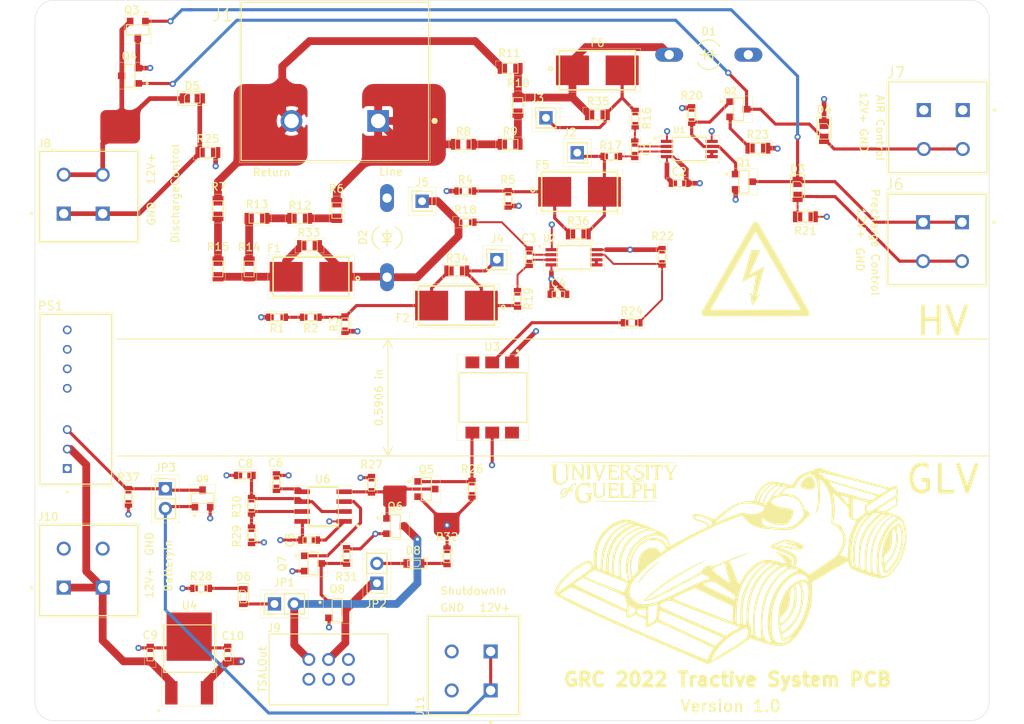
<source format=kicad_pcb>
(kicad_pcb (version 20171130) (host pcbnew "(5.1.10)-1")
  (layers (0 F.Cu signal) (1 GND power hide) (2 PWR power hide) (31 B.Cu signal) (34 B.Paste user) (35 F.Paste user) (36 B.SilkS user) (37 F.SilkS user) (38 B.Mask user) (39 F.Mask user) (44 Edge.Cuts user))
  (net 0 "")
  (net 1 "Net-(C6-Pad1)")
  (net 2 +12V)
  (net 3 GLV+)
  (net 4 "Net-(R12-Pad2)")
  (net 5 "Net-(R15-Pad2)")
  (net 6 "Net-(R8-Pad2)")
  (net 7 "Net-(R10-Pad1)")
  (net 8 "Net-(R12-Pad1)")
  (net 9 "Net-(R13-Pad2)")
  (net 10 "Net-(R24-Pad2)")
  (net 11 "Net-(U3-Pad6)")
  (net 12 /PrechargeV-)
  (net 13 /PreChargeV+)
  (net 14 /PrechargeTP-)
  (net 15 GND)
  (net 16 /PrechargeRelayOut)
  (net 17 /DischargeOut)
  (net 18 /DischargeIn)
  (net 19 /OBLEDResistorGreen)
  (net 20 /OBLEDGreen)
  (net 21 /OBLEDRed)
  (net 22 /OBLEDResistorRed)
  (net 23 /TSALRef)
  (net 24 /555Reset)
  (net 25 /PrechargeRef2)
  (net 26 /TSAL_LM311V+)
  (net 27 /TSAL_LM311V-)
  (net 28 +BATT)
  (net 29 /PrechargeBus)
  (net 30 /BusRefTSAL)
  (net 31 /AIRON)
  (net 32 /BusOutTSAL)
  (net 33 /TSALREFOut)
  (net 34 /PrechargeTP+)
  (net 35 /BusLine)
  (net 36 /BusReturn)
  (net 37 /Green+)
  (net 38 /RED+)
  (net 39 /Shutdown)
  (net 40 /PrechargeCompOUT)
  (net 41 /555Output)
  (net 42 /555DriveRED)
  (net 43 "Net-(R1-Pad1)")
  (net 44 /TSALCompOut)
  (net 45 /555Discharge)
  (net 46 "Net-(U1-Pad5)")
  (net 47 "Net-(U2-Pad5)")
  (net 48 /555Trigger)
  (net 49 GLV-)
  (net 50 /PreChargeON)
  (net 51 "Net-(Q2-Pad2)")
  (net 52 /InvertBus)
  (net 53 /Enable)
  (module GRC22Footprints:R_0603_1608Metric_Pad0.98x0.95mm_HandSolder (layer F.Cu) (at 121.5 94.75 270)
    (fp_text reference R37 (at -2.5 0 180) (layer F.SilkS))
    (fp_text value 4kΩ)
    (pad 2 smd rect (at 0.9125 0 270) (size 0.975 0.95) (layers F.Cu F.Paste F.Mask) (net 49 GLV-))
    (pad 1 smd rect (at -0.9125 0 270) (size 0.975 0.95) (layers F.Cu F.Paste F.Mask) (net 53 /Enable))
  )
  (module GRC22Footprints:2N7002H6327XTSA2_v2 (layer F.Cu) (at 131.02 94.95 90)
    (fp_text reference Q9 (at 2.5 0 180) (layer F.SilkS) (effects (font (size 0.8 0.8))))
    (fp_text value TP0610T)
    (pad 3 smd rect (at 1.05 0) (size 0.85 1) (layers F.Cu F.Paste F.Mask) (net 53 /Enable))
    (pad 1 smd rect (at -1.05 -0.98) (size 0.85 1) (layers F.Cu F.Paste F.Mask) (net 39 /Shutdown))
    (pad 2 smd rect (at -1.05 0.98) (size 0.85 1) (layers F.Cu F.Paste F.Mask) (net 3 GLV+))
  )
  (module GRC22Footprints:CONV_SPBW06F-12 (layer F.Cu) (at 114.75 82.22 90)
    (fp_text reference PS1 (at 11.97 -3.25 180) (layer F.SilkS) (effects (font (size 1.12 1.12))))
    (fp_text value SPBW06F-12)
    (pad 7 thru_hole circle (at 6.4 -1.1 90) (size 1.13 1.13) (drill 0.73) (layers *.Cu *.Mask) (net 15 GND))
    (pad 6 thru_hole circle (at 3.9 -1.1 90) (size 1.13 1.13) (drill 0.73) (layers *.Cu *.Mask) (net 2 +12V))
    (pad 5 thru_hole circle (at 1.4 -1.1 90) (size 1.13 1.13) (drill 0.73) (layers *.Cu *.Mask))
    (pad 8 thru_hole circle (at 8.9 -1.1 90) (size 1.13 1.13) (drill 0.73) (layers *.Cu *.Mask))
    (pad 3 thru_hole circle (at -3.9 -1.1 90) (size 1.13 1.13) (drill 0.73) (layers *.Cu *.Mask) (net 53 /Enable))
    (pad 2 thru_hole circle (at -6.4 -1.1 90) (size 1.13 1.13) (drill 0.73) (layers *.Cu *.Mask) (net 28 +BATT))
    (pad 1 thru_hole rect (at -8.9 -1.1 90) (size 1.13 1.13) (drill 0.73) (layers *.Cu *.Mask) (net 49 GLV-))
  )
  (module GRC22Footprints:PinHeader_1x02_P2.54mm_Vertical (layer F.Cu) (at 126.25 93.71)
    (fp_text reference JP3 (at 0 -2.71) (layer F.SilkS))
    (fp_text value Jumper)
    (pad 2 thru_hole oval (at 0 2.54) (size 1.7 1.7) (drill 1) (layers *.Cu *.Mask) (net 39 /Shutdown))
    (pad 1 thru_hole rect (at 0 0) (size 1.7 1.7) (drill 1) (layers *.Cu *.Mask) (net 53 /Enable))
  )
  (module MountingHole:MountingHole_3.2mm_M3 (layer F.Cu) (at 114.5 118.5)
    (fp_text reference REF**)
    (fp_text value MountingHole_3.2mm_M3)
    (pad 1 np_thru_hole circle (at 0 0) (size 3.2 3.2) (drill 3.2) (layers *.Cu *.Mask))
  )
  (module MountingHole:MountingHole_3.2mm_M3 (layer F.Cu) (at 114.5 36)
    (fp_text reference REF**)
    (fp_text value MountingHole_3.2mm_M3)
    (pad 1 np_thru_hole circle (at 0 0) (size 3.2 3.2) (drill 3.2) (layers *.Cu *.Mask))
  )
  (module MountingHole:MountingHole_3.2mm_M3 (layer F.Cu) (at 227 36)
    (fp_text reference REF**)
    (fp_text value MountingHole_3.2mm_M3)
    (pad 1 np_thru_hole circle (at 0 0) (size 3.2 3.2) (drill 3.2) (layers *.Cu *.Mask))
  )
  (module MountingHole:MountingHole_3.2mm_M3 (layer F.Cu) (at 227 118.5)
    (fp_text reference REF**)
    (fp_text value MountingHole_3.2mm_M3)
    (pad 1 np_thru_hole circle (at 0 0) (size 3.2 3.2) (drill 3.2) (layers *.Cu *.Mask))
  )
  (module GRC22Footprints:C_0603_1608Metric_Pad1.08x0.95mm_HandSolder (layer F.Cu) (at 134.25 115 90)
    (fp_text reference C10 (at 2.4 0.65 180) (layer F.SilkS))
    (fp_text value 1μF)
    (pad 1 smd rect (at -0.8625 0 90) (size 1.075 0.95) (layers F.Cu F.Paste F.Mask) (net 3 GLV+))
    (pad 2 smd rect (at 0.8625 0 90) (size 1.075 0.95) (layers F.Cu F.Paste F.Mask) (net 49 GLV-))
  )
  (module GRC22Footprints:2N7002H6327XTSA2_v2 (layer F.Cu) (at 121.7 40.7 180)
    (fp_text reference Q4 (at 0.07 2.52) (layer F.SilkS))
    (fp_text value TP0610T)
    (pad 2 smd rect (at -1.05 0.98 90) (size 0.85 1) (layers F.Cu F.Paste F.Mask) (net 2 +12V))
    (pad 1 smd rect (at -1.05 -0.98 90) (size 0.85 1) (layers F.Cu F.Paste F.Mask) (net 31 /AIRON))
    (pad 3 smd rect (at 1.05 0 90) (size 0.85 1) (layers F.Cu F.Paste F.Mask) (net 18 /DischargeIn))
  )
  (module GRC22Footprints:TO229P990X238-4N (layer F.Cu) (at 129.3 115.21 90)
    (fp_text reference U4 (at 6.51 0.04 180) (layer F.SilkS))
    (fp_text value MC78M12ABDTRKG)
    (pad 4 smd rect (at 2.51 0 90) (size 6.2 5.8) (layers F.Cu F.Mask) (net 49 GLV-))
    (pad 3 smd rect (at -4.7 2.29 90) (size 3 1.6) (layers F.Cu F.Paste F.Mask) (net 3 GLV+))
    (pad 1 smd rect (at -4.7 -2.29 90) (size 3 1.6) (layers F.Cu F.Paste F.Mask) (net 28 +BATT))
  )
  (module GRC22Footprints:R_0603_1608Metric_Pad0.98x0.95mm_HandSolder (layer F.Cu) (at 162.4 102.3875 90)
    (fp_text reference R32 (at 2.4875 0) (layer F.SilkS))
    (fp_text value 499Ω)
    (pad 1 smd rect (at -0.9125 0 90) (size 0.975 0.95) (layers F.Cu F.Paste F.Mask) (net 22 /OBLEDResistorRed))
    (pad 2 smd rect (at 0.9125 0 90) (size 0.975 0.95) (layers F.Cu F.Paste F.Mask) (net 49 GLV-))
  )
  (module GRC22Footprints:D_0603_1608Metric_Castellated (layer F.Cu) (at 158.15 103.3 180)
    (fp_text reference D8 (at 0.1 1.65 180) (layer F.SilkS))
    (fp_text value LED)
    (pad 1 smd rect (at -0.95 0 180) (size 0.8 1.1) (layers F.Cu F.Paste F.Mask) (net 22 /OBLEDResistorRed))
    (pad 2 smd rect (at 0.95 0 180) (size 0.8 1.1) (layers F.Cu F.Paste F.Mask) (net 21 /OBLEDRed))
  )
  (module GRC22Footprints:PinHeader_1x02_P2.54mm_Vertical (layer F.Cu) (at 153.4 105.84 180)
    (fp_text reference JP2 (at 0.1 -2.66 180) (layer F.SilkS))
    (fp_text value Jumper)
    (pad 2 thru_hole oval (at 0 2.54 180) (size 1.7 1.7) (drill 1) (layers *.Cu *.Mask) (net 21 /OBLEDRed))
    (pad 1 thru_hole rect (at 0 0 180) (size 1.7 1.7) (drill 1) (layers *.Cu *.Mask) (net 38 /RED+))
  )
  (module GRC22Footprints:R_0603_1608Metric_Pad0.98x0.95mm_HandSolder (layer F.Cu) (at 165.6 93.7125 270)
    (fp_text reference R26 (at -2.5125 0) (layer F.SilkS))
    (fp_text value 10kΩ)
    (pad 1 smd rect (at -0.9125 0 270) (size 0.975 0.95) (layers F.Cu F.Paste F.Mask) (net 52 /InvertBus))
    (pad 2 smd rect (at 0.9125 0 270) (size 0.975 0.95) (layers F.Cu F.Paste F.Mask) (net 49 GLV-))
  )
  (module GRC22Footprints:2N7002H6327XTSA2 (layer F.Cu) (at 159.75 93.75)
    (fp_text reference Q5 (at 0 -2.5 180) (layer F.SilkS))
    (fp_text value 2N7002)
    (pad 3 smd rect (at 1.05 0 270) (size 0.85 1) (layers F.Cu F.Paste F.Mask) (net 24 /555Reset))
    (pad 1 smd rect (at -1.05 -0.98 270) (size 0.85 1) (layers F.Cu F.Paste F.Mask) (net 52 /InvertBus))
    (pad 2 smd rect (at -1.05 0.98 270) (size 0.85 1) (layers F.Cu F.Paste F.Mask) (net 49 GLV-))
  )
  (module GRC22Footprints:R_0603_1608Metric_Pad0.98x0.95mm_HandSolder (layer F.Cu) (at 152.7 93.2 270)
    (fp_text reference R27 (at -2.5875 0 180) (layer F.SilkS))
    (fp_text value 22kΩ)
    (pad 2 smd rect (at 0.9125 0 270) (size 0.975 0.95) (layers F.Cu F.Paste F.Mask) (net 24 /555Reset))
    (pad 1 smd rect (at -0.9125 0 270) (size 0.975 0.95) (layers F.Cu F.Paste F.Mask) (net 3 GLV+))
  )
  (module GRC22Footprints:2N7002H6327XTSA2_v2 (layer F.Cu) (at 148.3 109.3)
    (fp_text reference Q8 (at 0 -2.7) (layer F.SilkS))
    (fp_text value TP0610T)
    (pad 2 smd rect (at -1.05 0.98 270) (size 0.85 1) (layers F.Cu F.Paste F.Mask) (net 3 GLV+))
    (pad 1 smd rect (at -1.05 -0.98 270) (size 0.85 1) (layers F.Cu F.Paste F.Mask) (net 42 /555DriveRED))
    (pad 3 smd rect (at 1.05 0 270) (size 0.85 1) (layers F.Cu F.Paste F.Mask) (net 38 /RED+))
  )
  (module GRC22Footprints:2N7002H6327XTSA2 (layer F.Cu) (at 145.2 103.3)
    (fp_text reference Q7 (at -3.95 0.04 90) (layer F.SilkS))
    (fp_text value 2N7002)
    (pad 2 smd rect (at -1.05 0.98 270) (size 0.85 1) (layers F.Cu F.Paste F.Mask) (net 49 GLV-))
    (pad 1 smd rect (at -1.05 -0.98 270) (size 0.85 1) (layers F.Cu F.Paste F.Mask) (net 41 /555Output))
    (pad 3 smd rect (at 1.05 0 270) (size 0.85 1) (layers F.Cu F.Paste F.Mask) (net 42 /555DriveRED))
  )
  (module GRC22Footprints:R_0603_1608Metric_Pad0.98x0.95mm_HandSolder (layer F.Cu) (at 149.5 102.3375 270)
    (fp_text reference R31 (at 2.6625 0 180) (layer F.SilkS))
    (fp_text value 10kΩ)
    (pad 2 smd rect (at 0.9125 0 270) (size 0.975 0.95) (layers F.Cu F.Paste F.Mask) (net 42 /555DriveRED))
    (pad 1 smd rect (at -0.9125 0 270) (size 0.975 0.95) (layers F.Cu F.Paste F.Mask) (net 3 GLV+))
  )
  (module GRC22Footprints:C_0603_1608Metric_Pad1.08x0.95mm_HandSolder (layer F.Cu) (at 124.3 115 90)
    (fp_text reference C9 (at 2.5 0 180) (layer F.SilkS))
    (fp_text value 1μF)
    (pad 2 smd rect (at 0.8625 0 90) (size 1.075 0.95) (layers F.Cu F.Paste F.Mask) (net 49 GLV-))
    (pad 1 smd rect (at -0.8625 0 90) (size 1.075 0.95) (layers F.Cu F.Paste F.Mask) (net 28 +BATT))
  )
  (module GRC22Footprints:PinHeader_1x02_P2.54mm_Vertical (layer F.Cu) (at 140.25 108.5 90)
    (fp_text reference JP1 (at 2.75 1.25 180) (layer F.SilkS))
    (fp_text value Jumper)
    (pad 1 thru_hole rect (at 0 0 90) (size 1.7 1.7) (drill 1) (layers *.Cu *.Mask) (net 20 /OBLEDGreen))
    (pad 2 thru_hole oval (at 0 2.54 90) (size 1.7 1.7) (drill 1) (layers *.Cu *.Mask) (net 37 /Green+))
  )
  (module GRC22Footprints:D_0603_1608Metric_Castellated (layer F.Cu) (at 136.25 107.55 270)
    (fp_text reference D6 (at -2.55 0) (layer F.SilkS))
    (fp_text value LED)
    (pad 2 smd rect (at 0.95 0 270) (size 0.8 1.1) (layers F.Cu F.Paste F.Mask) (net 20 /OBLEDGreen))
    (pad 1 smd rect (at -0.95 0 270) (size 0.8 1.1) (layers F.Cu F.Paste F.Mask) (net 19 /OBLEDResistorGreen))
  )
  (module GRC22Footprints:R_0603_1608Metric_Pad0.98x0.95mm_HandSolder (layer F.Cu) (at 130.8375 106.5 180)
    (fp_text reference R28 (at 0 1.55 180) (layer F.SilkS))
    (fp_text value 499Ω)
    (pad 1 smd rect (at -0.9125 0 180) (size 0.975 0.95) (layers F.Cu F.Paste F.Mask) (net 19 /OBLEDResistorGreen))
    (pad 2 smd rect (at 0.9125 0 180) (size 0.975 0.95) (layers F.Cu F.Paste F.Mask) (net 49 GLV-))
  )
  (module GRC22Footprints:2N7002H6327XTSA2_v2 (layer F.Cu) (at 155.75 98.5)
    (fp_text reference Q6 (at 0 -2.5) (layer F.SilkS))
    (fp_text value TP0610T)
    (pad 3 smd rect (at 1.05 0 270) (size 0.85 1) (layers F.Cu F.Paste F.Mask) (net 37 /Green+))
    (pad 1 smd rect (at -1.05 -0.98 270) (size 0.85 1) (layers F.Cu F.Paste F.Mask) (net 24 /555Reset))
    (pad 2 smd rect (at -1.05 0.98 270) (size 0.85 1) (layers F.Cu F.Paste F.Mask) (net 3 GLV+))
  )
  (module GRC22Footprints:OPTO_4N35SM (layer F.Cu) (at 168.2 82 270)
    (fp_text reference U3 (at -6.5 0) (layer F.SilkS))
    (fp_text value 4N35)
    (pad 3 smd rect (at -4.505 2.54) (size 1.78 1.52) (layers F.Cu F.Paste F.Mask))
    (pad 1 smd rect (at -4.505 -2.54) (size 1.78 1.52) (layers F.Cu F.Paste F.Mask) (net 2 +12V))
    (pad 2 smd rect (at -4.505 0) (size 1.78 1.52) (layers F.Cu F.Paste F.Mask) (net 10 "Net-(R24-Pad2)"))
    (pad 4 smd rect (at 4.505 2.54) (size 1.78 1.52) (layers F.Cu F.Paste F.Mask) (net 52 /InvertBus))
    (pad 6 smd rect (at 4.505 -2.54) (size 1.78 1.52) (layers F.Cu F.Paste F.Mask) (net 11 "Net-(U3-Pad6)"))
    (pad 5 smd rect (at 4.505 0) (size 1.78 1.52) (layers F.Cu F.Paste F.Mask) (net 3 GLV+))
  )
  (module GRC22Footprints:C_0603_1608Metric_Pad1.08x0.95mm_HandSolder (layer F.Cu) (at 172.95 63.9875 270)
    (fp_text reference C3 (at -2.4375 0.05) (layer F.SilkS))
    (fp_text value 10nF)
    (pad 1 smd rect (at -0.8625 0 270) (size 1.075 0.95) (layers F.Cu F.Paste F.Mask) (net 26 /TSAL_LM311V+))
    (pad 2 smd rect (at 0.8625 0 270) (size 1.075 0.95) (layers F.Cu F.Paste F.Mask) (net 27 /TSAL_LM311V-))
  )
  (module GRC22Footprints:LM311PW (layer F.Cu) (at 178.7 64)
    (fp_text reference U2 (at -3.15 -2.435) (layer F.SilkS) (effects (font (size 0.8 0.8))))
    (fp_text value LM311)
    (pad 1 smd rect (at -2.87 -0.975) (size 1.57 0.41) (layers F.Cu F.Paste F.Mask) (net 15 GND))
    (pad 2 smd rect (at -2.87 -0.325) (size 1.57 0.41) (layers F.Cu F.Paste F.Mask) (net 26 /TSAL_LM311V+))
    (pad 3 smd rect (at -2.87 0.325) (size 1.57 0.41) (layers F.Cu F.Paste F.Mask) (net 27 /TSAL_LM311V-))
    (pad 4 smd rect (at -2.87 0.975) (size 1.57 0.41) (layers F.Cu F.Paste F.Mask) (net 15 GND))
    (pad 5 smd rect (at 2.87 0.975) (size 1.57 0.41) (layers F.Cu F.Paste F.Mask) (net 47 "Net-(U2-Pad5)"))
    (pad 6 smd rect (at 2.87 0.325) (size 1.57 0.41) (layers F.Cu F.Paste F.Mask) (net 47 "Net-(U2-Pad5)"))
    (pad 7 smd rect (at 2.87 -0.325) (size 1.57 0.41) (layers F.Cu F.Paste F.Mask) (net 44 /TSALCompOut))
    (pad 8 smd rect (at 2.87 -0.975) (size 1.57 0.41) (layers F.Cu F.Paste F.Mask) (net 2 +12V))
  )
  (module GRC22Footprints:R_0805_2012Metric_Pad1.20x1.40mm_HandSolder (layer F.Cu) (at 179.25 61)
    (fp_text reference R36 (at 0 -1.65) (layer F.SilkS))
    (fp_text value 0Ω)
    (pad 2 smd rect (at 1 0) (size 1.2 1.4) (layers F.Cu F.Paste F.Mask) (net 14 /PrechargeTP-))
    (pad 1 smd rect (at -1 0) (size 1.2 1.4) (layers F.Cu F.Paste F.Mask) (net 25 /PrechargeRef2))
  )
  (module GRC22Footprints:R_0603_1608Metric_Pad0.98x0.95mm_HandSolder (layer F.Cu) (at 170.25 56.5 270)
    (fp_text reference R5 (at -2.45 0.05) (layer F.SilkS))
    (fp_text value 6.8kΩ)
    (pad 2 smd rect (at 0.9125 0 270) (size 0.975 0.95) (layers F.Cu F.Paste F.Mask) (net 15 GND))
    (pad 1 smd rect (at -0.9125 0 270) (size 0.975 0.95) (layers F.Cu F.Paste F.Mask) (net 25 /PrechargeRef2))
  )
  (module GRC22Footprints:C_0603_1608Metric_Pad1.08x0.95mm_HandSolder (layer F.Cu) (at 136.4375 92 180)
    (fp_text reference C8 (at -0.0625 1.5) (layer F.SilkS))
    (fp_text value 1μF)
    (pad 1 smd rect (at -0.8625 0 180) (size 1.075 0.95) (layers F.Cu F.Paste F.Mask) (net 48 /555Trigger))
    (pad 2 smd rect (at 0.8625 0 180) (size 1.075 0.95) (layers F.Cu F.Paste F.Mask) (net 49 GLV-))
  )
  (module GRC22Footprints:NE555PSRE4 (layer F.Cu) (at 146.5 96 180)
    (fp_text reference U6 (at 0.06 3.5) (layer F.SilkS))
    (fp_text value NE555D)
    (pad 8 smd rect (at 2.7 -1.905 180) (size 1.97 0.6) (layers F.Cu F.Paste F.Mask) (net 3 GLV+))
    (pad 7 smd rect (at 2.7 -0.635 180) (size 1.97 0.6) (layers F.Cu F.Paste F.Mask) (net 45 /555Discharge))
    (pad 6 smd rect (at 2.7 0.635 180) (size 1.97 0.6) (layers F.Cu F.Paste F.Mask) (net 48 /555Trigger))
    (pad 5 smd rect (at 2.7 1.905 180) (size 1.97 0.6) (layers F.Cu F.Paste F.Mask) (net 1 "Net-(C6-Pad1)"))
    (pad 4 smd rect (at -2.7 1.905 180) (size 1.97 0.6) (layers F.Cu F.Paste F.Mask) (net 24 /555Reset))
    (pad 3 smd rect (at -2.7 0.635 180) (size 1.97 0.6) (layers F.Cu F.Paste F.Mask) (net 41 /555Output))
    (pad 2 smd rect (at -2.7 -0.635 180) (size 1.97 0.6) (layers F.Cu F.Paste F.Mask) (net 48 /555Trigger))
    (pad 1 smd rect (at -2.7 -1.905 180) (size 1.97 0.6) (layers F.Cu F.Paste F.Mask) (net 49 GLV-))
  )
  (module GRC22Footprints:C_0603_1608Metric_Pad1.08x0.95mm_HandSolder (layer F.Cu) (at 144.7 100.3)
    (fp_text reference C5 (at -2.4625 0 270) (layer F.SilkS))
    (fp_text value 100nF)
    (pad 1 smd rect (at -0.8625 0) (size 1.075 0.95) (layers F.Cu F.Paste F.Mask) (net 3 GLV+))
    (pad 2 smd rect (at 0.8625 0) (size 1.075 0.95) (layers F.Cu F.Paste F.Mask) (net 49 GLV-))
  )
  (module GRC22Footprints:C_0603_1608Metric_Pad1.08x0.95mm_HandSolder (layer F.Cu) (at 140.5 92.8625 90)
    (fp_text reference C6 (at 2.4625 -0.1 180) (layer F.SilkS))
    (fp_text value 100nF)
    (pad 2 smd rect (at 0.8625 0 90) (size 1.075 0.95) (layers F.Cu F.Paste F.Mask) (net 49 GLV-))
    (pad 1 smd rect (at -0.8625 0 90) (size 1.075 0.95) (layers F.Cu F.Paste F.Mask) (net 1 "Net-(C6-Pad1)"))
  )
  (module GRC22Footprints:R_0603_1608Metric_Pad0.98x0.95mm_HandSolder (layer F.Cu) (at 137.3 95.8875 90)
    (fp_text reference R30 (at -0.1125 -1.9 270) (layer F.SilkS))
    (fp_text value 220kΩ)
    (pad 1 smd rect (at -0.9125 0 90) (size 0.975 0.95) (layers F.Cu F.Paste F.Mask) (net 45 /555Discharge))
    (pad 2 smd rect (at 0.9125 0 90) (size 0.975 0.95) (layers F.Cu F.Paste F.Mask) (net 48 /555Trigger))
  )
  (module GRC22Footprints:R_0603_1608Metric_Pad0.98x0.95mm_HandSolder (layer F.Cu) (at 137.3 99.6875 90)
    (fp_text reference R29 (at -0.1125 -1.9 90) (layer F.SilkS))
    (fp_text value 22kΩ)
    (pad 1 smd rect (at -0.9125 0 90) (size 0.975 0.95) (layers F.Cu F.Paste F.Mask) (net 3 GLV+))
    (pad 2 smd rect (at 0.9125 0 90) (size 0.975 0.95) (layers F.Cu F.Paste F.Mask) (net 45 /555Discharge))
  )
  (module GRC22Footprints:R_0603_1608Metric_Pad0.98x0.95mm_HandSolder (layer F.Cu) (at 164.75 55.5)
    (fp_text reference R4 (at 0 -1.43) (layer F.SilkS))
    (fp_text value 4.7kΩ)
    (pad 2 smd rect (at 0.9125 0) (size 0.975 0.95) (layers F.Cu F.Paste F.Mask) (net 25 /PrechargeRef2))
    (pad 1 smd rect (at -0.9125 0) (size 0.975 0.95) (layers F.Cu F.Paste F.Mask) (net 2 +12V))
  )
  (module GRC22Footprints:R_0603_1608Metric_Pad0.98x0.95mm_HandSolder (layer F.Cu) (at 164.7875 59.5 180)
    (fp_text reference R18 (at 0.0375 1.6 180) (layer F.SilkS))
    (fp_text value 100Ω)
    (pad 1 smd rect (at -0.9125 0 180) (size 0.975 0.95) (layers F.Cu F.Paste F.Mask) (net 26 /TSAL_LM311V+))
    (pad 2 smd rect (at 0.9125 0 180) (size 0.975 0.95) (layers F.Cu F.Paste F.Mask) (net 30 /BusRefTSAL))
  )
  (module GRC22Footprints:R_0805_2012Metric_Pad1.20x1.40mm_HandSolder (layer F.Cu) (at 163.65 65.75 180)
    (fp_text reference R34 (at -0.05 1.6 180) (layer F.SilkS))
    (fp_text value 0Ω)
    (pad 1 smd rect (at -1 0 180) (size 1.2 1.4) (layers F.Cu F.Paste F.Mask) (net 23 /TSALRef))
    (pad 2 smd rect (at 1 0 180) (size 1.2 1.4) (layers F.Cu F.Paste F.Mask) (net 33 /TSALREFOut))
  )
  (module GRC22Footprints:PinHeader_1x01_P2.54mm_Vertical (layer F.Cu) (at 168.8 64.3)
    (fp_text reference J4 (at 0.05 -2.65) (layer F.SilkS))
    (fp_text value BypassPin)
    (pad 1 thru_hole rect (at 0 0) (size 1.7 1.7) (drill 1) (layers *.Cu *.Mask) (net 23 /TSALRef))
  )
  (module GRC22Footprints:FUSE_0154004.DRTL (layer F.Cu) (at 163.61 70.2 180)
    (fp_text reference F2 (at 6.91 -1.6 180) (layer F.SilkS) (effects (font (size 1.0018 1.0018))))
    (fp_text value Fuse_Small)
    (pad 2 smd rect (at 3.19 0 180) (size 4.24 3.81) (layers F.Cu F.Paste F.Mask) (net 33 /TSALREFOut))
    (pad 1 smd rect (at -3.19 0 180) (size 4.24 3.81) (layers F.Cu F.Paste F.Mask) (net 23 /TSALRef))
  )
  (module GRC22Footprints:R_0603_1608Metric_Pad0.98x0.95mm_HandSolder (layer F.Cu) (at 171.45 69.3375 270)
    (fp_text reference R19 (at 0 -1.43 270) (layer F.SilkS))
    (fp_text value 100Ω)
    (pad 1 smd rect (at -0.9125 0 270) (size 0.975 0.95) (layers F.Cu F.Paste F.Mask) (net 27 /TSAL_LM311V-))
    (pad 2 smd rect (at 0.9125 0 270) (size 0.975 0.95) (layers F.Cu F.Paste F.Mask) (net 23 /TSALRef))
  )
  (module GRC22Footprints:C_0603_1608Metric_Pad1.08x0.95mm_HandSolder (layer F.Cu) (at 176.7 68.75)
    (fp_text reference C4 (at 0 -1.43) (layer F.SilkS))
    (fp_text value 0.1uF)
    (pad 2 smd rect (at 0.8625 0) (size 1.075 0.95) (layers F.Cu F.Paste F.Mask) (net 15 GND))
    (pad 1 smd rect (at -0.8625 0) (size 1.075 0.95) (layers F.Cu F.Paste F.Mask) (net 15 GND))
  )
  (module GRC22Footprints:R_0603_1608Metric_Pad0.98x0.95mm_HandSolder (layer F.Cu) (at 186.1 72.4 180)
    (fp_text reference R24 (at 0 1.5 180) (layer F.SilkS))
    (fp_text value 1.2kΩ)
    (pad 2 smd rect (at 0.9125 0 180) (size 0.975 0.95) (layers F.Cu F.Paste F.Mask) (net 10 "Net-(R24-Pad2)"))
    (pad 1 smd rect (at -0.9125 0 180) (size 0.975 0.95) (layers F.Cu F.Paste F.Mask) (net 44 /TSALCompOut))
  )
  (module GRC22Footprints:R_0603_1608Metric_Pad0.98x0.95mm_HandSolder (layer F.Cu) (at 190 63.9375 90)
    (fp_text reference R22 (at 2.6375 0.05 180) (layer F.SilkS))
    (fp_text value 20kΩ)
    (pad 1 smd rect (at -0.9125 0 90) (size 0.975 0.95) (layers F.Cu F.Paste F.Mask) (net 44 /TSALCompOut))
    (pad 2 smd rect (at 0.9125 0 90) (size 0.975 0.95) (layers F.Cu F.Paste F.Mask) (net 2 +12V))
  )
  (module GRC22Footprints:CUI_TBL001-500-02GY-2GY (layer F.Cu) (at 228.5 59.5 270)
    (fp_text reference J6 (at -4.86 8.65) (layer F.SilkS) (effects (font (size 1.4 1.4))))
    (fp_text value "PC Relay")
    (pad 1 thru_hole rect (at 0 0 270) (size 1.8 1.8) (drill 1.2) (layers *.Cu *.Mask) (net 50 /PreChargeON))
    (pad 2 thru_hole circle (at 5 0 270) (size 1.8 1.8) (drill 1.2) (layers *.Cu *.Mask) (net 16 /PrechargeRelayOut))
    (pad 1 thru_hole rect (at 0 5 270) (size 1.8 1.8) (drill 1.2) (layers *.Cu *.Mask) (net 50 /PreChargeON))
    (pad 2 thru_hole circle (at 5 5 270) (size 1.8 1.8) (drill 1.2) (layers *.Cu *.Mask) (net 16 /PrechargeRelayOut))
  )
  (module GRC22Footprints:CUI_TBL001-500-02GY-2GY (layer F.Cu) (at 228.6 45.1 270)
    (fp_text reference J7 (at -4.77 8.58) (layer F.SilkS) (effects (font (size 1.4 1.4))))
    (fp_text value AIROut)
    (pad 2 thru_hole circle (at 5 5 270) (size 1.8 1.8) (drill 1.2) (layers *.Cu *.Mask) (net 31 /AIRON))
    (pad 1 thru_hole rect (at 0 5 270) (size 1.8 1.8) (drill 1.2) (layers *.Cu *.Mask) (net 2 +12V))
    (pad 2 thru_hole circle (at 5 0 270) (size 1.8 1.8) (drill 1.2) (layers *.Cu *.Mask) (net 31 /AIRON))
    (pad 1 thru_hole rect (at 0 0 270) (size 1.8 1.8) (drill 1.2) (layers *.Cu *.Mask) (net 2 +12V))
  )
  (module GRC22Footprints:2N7002H6327XTSA2_v2 (layer F.Cu) (at 200.5 54.3)
    (fp_text reference Q1 (at 0 -2.5 180) (layer F.SilkS))
    (fp_text value TP0610T)
    (pad 3 smd rect (at 1.05 0 270) (size 0.85 1) (layers F.Cu F.Paste F.Mask) (net 50 /PreChargeON))
    (pad 1 smd rect (at -1.05 -0.98 270) (size 0.85 1) (layers F.Cu F.Paste F.Mask) (net 40 /PrechargeCompOUT))
    (pad 2 smd rect (at -1.05 0.98 270) (size 0.85 1) (layers F.Cu F.Paste F.Mask) (net 2 +12V))
  )
  (module GRC22Footprints:R_0805_2012Metric_Pad1.20x1.40mm_HandSolder (layer F.Cu) (at 208.4 58.8 180)
    (fp_text reference R21 (at 0 -1.8) (layer F.SilkS))
    (fp_text value 0Ω)
    (pad 1 smd rect (at -1 0 180) (size 1.2 1.4) (layers F.Cu F.Paste F.Mask) (net 15 GND))
    (pad 2 smd rect (at 1 0 180) (size 1.2 1.4) (layers F.Cu F.Paste F.Mask) (net 16 /PrechargeRelayOut))
  )
  (module GRC22Footprints:D_0805_2012Metric_Castellated (layer F.Cu) (at 207.4 55.2875 270)
    (fp_text reference D3 (at -2.6 0) (layer F.SilkS))
    (fp_text value Flyback)
    (pad 2 smd rect (at 0.9625 0 270) (size 1.325 1.3) (layers F.Cu F.Paste F.Mask) (net 16 /PrechargeRelayOut))
    (pad 1 smd rect (at -0.9625 0 270) (size 1.325 1.3) (layers F.Cu F.Paste F.Mask) (net 50 /PreChargeON))
  )
  (module GRC22Footprints:R_0805_2012Metric_Pad1.20x1.40mm_HandSolder (layer F.Cu) (at 202.3 50 180)
    (fp_text reference R23 (at 0 1.75) (layer F.SilkS))
    (fp_text value 0Ω)
    (pad 2 smd rect (at 1 0 180) (size 1.2 1.4) (layers F.Cu F.Paste F.Mask) (net 51 "Net-(Q2-Pad2)"))
    (pad 1 smd rect (at -1 0 180) (size 1.2 1.4) (layers F.Cu F.Paste F.Mask) (net 15 GND))
  )
  (module GRC22Footprints:D_0805_2012Metric_Castellated (layer F.Cu) (at 210.8 47.8375 270)
    (fp_text reference D4 (at -2.7875 0 180) (layer F.SilkS))
    (fp_text value Flyback)
    (pad 1 smd rect (at -0.9625 0 270) (size 1.325 1.3) (layers F.Cu F.Paste F.Mask) (net 2 +12V))
    (pad 2 smd rect (at 0.9625 0 270) (size 1.325 1.3) (layers F.Cu F.Paste F.Mask) (net 31 /AIRON))
  )
  (module GRC22Footprints:2N7002H6327XTSA2 (layer F.Cu) (at 199.8 45)
    (fp_text reference Q2 (at -1.02 -2.35) (layer F.SilkS) (effects (font (size 0.8 0.8))))
    (fp_text value 2N7002)
    (pad 3 smd rect (at 1.05 0 270) (size 0.85 1) (layers F.Cu F.Paste F.Mask) (net 31 /AIRON))
    (pad 1 smd rect (at -1.05 -0.98 270) (size 0.85 1) (layers F.Cu F.Paste F.Mask) (net 40 /PrechargeCompOUT))
    (pad 2 smd rect (at -1.05 0.98 270) (size 0.85 1) (layers F.Cu F.Paste F.Mask) (net 51 "Net-(Q2-Pad2)"))
  )
  (module GRC22Footprints:FUSE_0154004.DRTL (layer F.Cu) (at 179.41 55.6)
    (fp_text reference F5 (at -4.77 -3.47) (layer F.SilkS) (effects (font (size 1.0018 1.0018))))
    (fp_text value Fuse_Small)
    (pad 1 smd rect (at -3.19 0) (size 4.24 3.81) (layers F.Cu F.Paste F.Mask) (net 25 /PrechargeRef2))
    (pad 2 smd rect (at 3.19 0) (size 4.24 3.81) (layers F.Cu F.Paste F.Mask) (net 14 /PrechargeTP-))
  )
  (module GRC22Footprints:C_0603_1608Metric_Pad1.08x0.95mm_HandSolder (layer F.Cu) (at 192.25 54.5)
    (fp_text reference C2 (at -0.05 -1.48) (layer F.SilkS))
    (fp_text value 0.1uF)
    (pad 1 smd rect (at -0.8625 0) (size 1.075 0.95) (layers F.Cu F.Paste F.Mask) (net 15 GND))
    (pad 2 smd rect (at 0.8625 0) (size 1.075 0.95) (layers F.Cu F.Paste F.Mask) (net 15 GND))
  )
  (module GRC22Footprints:R_0603_1608Metric_Pad0.98x0.95mm_HandSolder (layer F.Cu) (at 193.8 45.7375 90)
    (fp_text reference R20 (at 2.4875 0) (layer F.SilkS))
    (fp_text value 20kΩ)
    (pad 2 smd rect (at 0.9125 0 90) (size 0.975 0.95) (layers F.Cu F.Paste F.Mask) (net 2 +12V))
    (pad 1 smd rect (at -0.9125 0 90) (size 0.975 0.95) (layers F.Cu F.Paste F.Mask) (net 40 /PrechargeCompOUT))
  )
  (module GRC22Footprints:LM311PW (layer F.Cu) (at 193.5 50.1)
    (fp_text reference U1 (at -1.28 -2.435) (layer F.SilkS) (effects (font (size 0.8 0.8))))
    (fp_text value LM311)
    (pad 8 smd rect (at 2.87 -0.975) (size 1.57 0.41) (layers F.Cu F.Paste F.Mask) (net 2 +12V))
    (pad 7 smd rect (at 2.87 -0.325) (size 1.57 0.41) (layers F.Cu F.Paste F.Mask) (net 40 /PrechargeCompOUT))
    (pad 6 smd rect (at 2.87 0.325) (size 1.57 0.41) (layers F.Cu F.Paste F.Mask) (net 46 "Net-(U1-Pad5)"))
    (pad 5 smd rect (at 2.87 0.975) (size 1.57 0.41) (layers F.Cu F.Paste F.Mask) (net 46 "Net-(U1-Pad5)"))
    (pad 4 smd rect (at -2.87 0.975) (size 1.57 0.41) (layers F.Cu F.Paste F.Mask) (net 15 GND))
    (pad 3 smd rect (at -2.87 0.325) (size 1.57 0.41) (layers F.Cu F.Paste F.Mask) (net 12 /PrechargeV-))
    (pad 2 smd rect (at -2.87 -0.325) (size 1.57 0.41) (layers F.Cu F.Paste F.Mask) (net 13 /PreChargeV+))
    (pad 1 smd rect (at -2.87 -0.975) (size 1.57 0.41) (layers F.Cu F.Paste F.Mask) (net 15 GND))
  )
  (module GRC22Footprints:R_0603_1608Metric_Pad0.98x0.95mm_HandSolder (layer F.Cu) (at 186.55 46.2 90)
    (fp_text reference R16 (at 0.0375 1.5 270) (layer F.SilkS))
    (fp_text value 100Ω)
    (pad 2 smd rect (at 0.9125 0 90) (size 0.975 0.95) (layers F.Cu F.Paste F.Mask) (net 34 /PrechargeTP+))
    (pad 1 smd rect (at -0.9125 0 90) (size 0.975 0.95) (layers F.Cu F.Paste F.Mask) (net 13 /PreChargeV+))
  )
  (module GRC22Footprints:C_0603_1608Metric_Pad1.08x0.95mm_HandSolder (layer F.Cu) (at 186.5 50.1375 270)
    (fp_text reference C1 (at -0.0875 -1.5 90) (layer F.SilkS))
    (fp_text value 10nF)
    (pad 2 smd rect (at 0.8625 0 270) (size 1.075 0.95) (layers F.Cu F.Paste F.Mask) (net 12 /PrechargeV-))
    (pad 1 smd rect (at -0.8625 0 270) (size 1.075 0.95) (layers F.Cu F.Paste F.Mask) (net 13 /PreChargeV+))
  )
  (module GRC22Footprints:R_0603_1608Metric_Pad0.98x0.95mm_HandSolder (layer F.Cu) (at 183.4875 51.05 180)
    (fp_text reference R17 (at 0.0875 1.4 180) (layer F.SilkS))
    (fp_text value 100Ω)
    (pad 2 smd rect (at 0.9125 0 180) (size 0.975 0.95) (layers F.Cu F.Paste F.Mask) (net 14 /PrechargeTP-))
    (pad 1 smd rect (at -0.9125 0 180) (size 0.975 0.95) (layers F.Cu F.Paste F.Mask) (net 12 /PrechargeV-))
  )
  (module GRC22Footprints:PinHeader_1x01_P2.54mm_Vertical (layer F.Cu) (at 179.12 50.58 180)
    (fp_text reference J2 (at 0.95 2.6 180) (layer F.SilkS))
    (fp_text value "Bypass Pin")
    (pad 1 thru_hole rect (at 0 0 180) (size 1.7 1.7) (drill 1) (layers *.Cu *.Mask) (net 14 /PrechargeTP-))
  )
  (module GRC22Footprints:PinHeader_1x01_P2.54mm_Vertical (layer F.Cu) (at 175.1 46.1)
    (fp_text reference J3 (at -1.1 -2.5) (layer F.SilkS))
    (fp_text value BypassPin)
    (pad 1 thru_hole rect (at 0 0) (size 1.7 1.7) (drill 1) (layers *.Cu *.Mask) (net 34 /PrechargeTP+))
  )
  (module GRC22Footprints:SOD57-10 (layer F.Cu) (at 196 38)
    (fp_text reference D1 (at 0 -2.99) (layer F.SilkS) (effects (font (size 1.0003 1.0003))))
    (fp_text value 12V)
    (pad 2 thru_hole oval (at 5.08 0) (size 3.5814 1.7907) (drill 1.1938) (layers *.Cu *.Mask) (net 15 GND))
    (pad 1 thru_hole oval (at -5.08 0) (size 3.5814 1.7907) (drill 1.1938) (layers *.Cu *.Mask) (net 29 /PrechargeBus))
  )
  (module GRC22Footprints:FUSE_0154004.DRTL (layer F.Cu) (at 181.69 40)
    (fp_text reference F6 (at 0.02 -3.52) (layer F.SilkS) (effects (font (size 1.0018 1.0018))))
    (fp_text value Fuse_Small)
    (pad 2 smd rect (at 3.19 0) (size 4.24 3.81) (layers F.Cu F.Paste F.Mask) (net 34 /PrechargeTP+))
    (pad 1 smd rect (at -3.19 0) (size 4.24 3.81) (layers F.Cu F.Paste F.Mask) (net 29 /PrechargeBus))
  )
  (module GRC22Footprints:R_0805_2012Metric_Pad1.20x1.40mm_HandSolder (layer F.Cu) (at 170.5 39.75 180)
    (fp_text reference R11 (at 0.1 1.95 180) (layer F.SilkS))
    (fp_text value 4kΩ)
    (pad 2 smd rect (at 1 0 180) (size 1.2 1.4) (layers F.Cu F.Paste F.Mask) (net 36 /BusReturn))
    (pad 1 smd rect (at -1 0 180) (size 1.2 1.4) (layers F.Cu F.Paste F.Mask) (net 29 /PrechargeBus))
  )
  (module GRC22Footprints:R_0805_2012Metric_Pad1.20x1.40mm_HandSolder (layer F.Cu) (at 181.7 45.7 180)
    (fp_text reference R35 (at -0.1 1.7) (layer F.SilkS))
    (fp_text value 0Ω)
    (pad 1 smd rect (at -1 0 180) (size 1.2 1.4) (layers F.Cu F.Paste F.Mask) (net 34 /PrechargeTP+))
    (pad 2 smd rect (at 1 0 180) (size 1.2 1.4) (layers F.Cu F.Paste F.Mask) (net 29 /PrechargeBus))
  )
  (module GRC22Footprints:R_0805_2012Metric_Pad1.20x1.40mm_HandSolder (layer F.Cu) (at 171.5 44.5 90)
    (fp_text reference R10 (at 2.85 0.05 180) (layer F.SilkS))
    (fp_text value 150kΩ)
    (pad 1 smd rect (at -1 0 90) (size 1.2 1.4) (layers F.Cu F.Paste F.Mask) (net 7 "Net-(R10-Pad1)"))
    (pad 2 smd rect (at 1 0 90) (size 1.2 1.4) (layers F.Cu F.Paste F.Mask) (net 29 /PrechargeBus))
  )
  (module GRC22Footprints:R_0805_2012Metric_Pad1.20x1.40mm_HandSolder (layer F.Cu) (at 170.5 49.5)
    (fp_text reference R9 (at 0 -1.65) (layer F.SilkS))
    (fp_text value 150kΩ)
    (pad 2 smd rect (at 1 0) (size 1.2 1.4) (layers F.Cu F.Paste F.Mask) (net 7 "Net-(R10-Pad1)"))
    (pad 1 smd rect (at -1 0) (size 1.2 1.4) (layers F.Cu F.Paste F.Mask) (net 6 "Net-(R8-Pad2)"))
  )
  (module GRC22Footprints:R_0805_2012Metric_Pad1.20x1.40mm_HandSolder (layer F.Cu) (at 164.5 49.5)
    (fp_text reference R8 (at 0 -1.65) (layer F.SilkS))
    (fp_text value 150kΩ)
    (pad 2 smd rect (at 1 0) (size 1.2 1.4) (layers F.Cu F.Paste F.Mask) (net 6 "Net-(R8-Pad2)"))
    (pad 1 smd rect (at -1 0) (size 1.2 1.4) (layers F.Cu F.Paste F.Mask) (net 35 /BusLine))
  )
  (module GRC22Footprints:SOD57-10 (layer F.Cu) (at 154.7 61.48 90)
    (fp_text reference D2 (at 0.03 -3.1 90) (layer F.SilkS) (effects (font (size 1.0003 1.0003))))
    (fp_text value 12V)
    (pad 1 thru_hole oval (at -5.08 0 90) (size 3.5814 1.7907) (drill 1.1938) (layers *.Cu *.Mask) (net 30 /BusRefTSAL))
    (pad 2 thru_hole oval (at 5.08 0 90) (size 3.5814 1.7907) (drill 1.1938) (layers *.Cu *.Mask) (net 15 GND))
  )
  (module GRC22Footprints:PinHeader_1x01_P2.54mm_Vertical (layer F.Cu) (at 159.2 56.8)
    (fp_text reference J5 (at 0 -2.42) (layer F.SilkS))
    (fp_text value BypassPin)
    (pad 1 thru_hole rect (at 0 0) (size 1.7 1.7) (drill 1) (layers *.Cu *.Mask) (net 30 /BusRefTSAL))
  )
  (module GRC22Footprints:R_0805_2012Metric_Pad1.20x1.40mm_HandSolder (layer F.Cu) (at 148.25 58 90)
    (fp_text reference R6 (at 2.8 -0.05 180) (layer F.SilkS))
    (fp_text value 249kΩ)
    (pad 2 smd rect (at 1 0 90) (size 1.2 1.4) (layers F.Cu F.Paste F.Mask) (net 35 /BusLine))
    (pad 1 smd rect (at -1 0 90) (size 1.2 1.4) (layers F.Cu F.Paste F.Mask) (net 4 "Net-(R12-Pad2)"))
  )
  (module GRC22Footprints:R_0805_2012Metric_Pad1.20x1.40mm_HandSolder (layer F.Cu) (at 143.5 59)
    (fp_text reference R12 (at 0 -1.65) (layer F.SilkS))
    (fp_text value 249kΩ)
    (pad 1 smd rect (at -1 0) (size 1.2 1.4) (layers F.Cu F.Paste F.Mask) (net 8 "Net-(R12-Pad1)"))
    (pad 2 smd rect (at 1 0) (size 1.2 1.4) (layers F.Cu F.Paste F.Mask) (net 4 "Net-(R12-Pad2)"))
  )
  (module GRC22Footprints:R_0805_2012Metric_Pad1.20x1.40mm_HandSolder (layer F.Cu) (at 144.75 62.5 180)
    (fp_text reference R33 (at 0.1 1.65 180) (layer F.SilkS))
    (fp_text value 0Ω)
    (pad 1 smd rect (at -1 0 180) (size 1.2 1.4) (layers F.Cu F.Paste F.Mask) (net 30 /BusRefTSAL))
    (pad 2 smd rect (at 1 0 180) (size 1.2 1.4) (layers F.Cu F.Paste F.Mask) (net 32 /BusOutTSAL))
  )
  (module GRC22Footprints:R_0603_1608Metric_Pad0.98x0.95mm_HandSolder (layer F.Cu) (at 149.3 72.5875 90)
    (fp_text reference R3 (at 0 -1.43 90) (layer F.SilkS))
    (fp_text value 1.3kΩ)
    (pad 1 smd rect (at -0.9125 0 90) (size 0.975 0.95) (layers F.Cu F.Paste F.Mask) (net 15 GND))
    (pad 2 smd rect (at 0.9125 0 90) (size 0.975 0.95) (layers F.Cu F.Paste F.Mask) (net 33 /TSALREFOut))
  )
  (module GRC22Footprints:R_0603_1608Metric_Pad0.98x0.95mm_HandSolder (layer F.Cu) (at 144.9125 71.7 180)
    (fp_text reference R2 (at 0 -1.43 180) (layer F.SilkS))
    (fp_text value 1.3kΩ)
    (pad 1 smd rect (at -0.9125 0 180) (size 0.975 0.95) (layers F.Cu F.Paste F.Mask) (net 33 /TSALREFOut))
    (pad 2 smd rect (at 0.9125 0 180) (size 0.975 0.95) (layers F.Cu F.Paste F.Mask) (net 43 "Net-(R1-Pad1)"))
  )
  (module GRC22Footprints:R_0603_1608Metric_Pad0.98x0.95mm_HandSolder (layer F.Cu) (at 140.5875 71.7 180)
    (fp_text reference R1 (at 0 -1.43 180) (layer F.SilkS))
    (fp_text value 1.3kΩ)
    (pad 2 smd rect (at 0.9125 0 180) (size 0.975 0.95) (layers F.Cu F.Paste F.Mask) (net 2 +12V))
    (pad 1 smd rect (at -0.9125 0 180) (size 0.975 0.95) (layers F.Cu F.Paste F.Mask) (net 43 "Net-(R1-Pad1)"))
  )
  (module GRC22Footprints:FUSE_0154004.DRTL (layer F.Cu) (at 144.94 66.5 180)
    (fp_text reference F1 (at 4.74 3.65 180) (layer F.SilkS) (effects (font (size 1.0018 1.0018))))
    (fp_text value Fuse_Small)
    (pad 1 smd rect (at -3.19 0 180) (size 4.24 3.81) (layers F.Cu F.Paste F.Mask) (net 30 /BusRefTSAL))
    (pad 2 smd rect (at 3.19 0 180) (size 4.24 3.81) (layers F.Cu F.Paste F.Mask) (net 32 /BusOutTSAL))
  )
  (module GRC22Footprints:R_0805_2012Metric_Pad1.20x1.40mm_HandSolder (layer F.Cu) (at 137 65.5 270)
    (fp_text reference R14 (at -2.8 0) (layer F.SilkS))
    (fp_text value 249kΩ)
    (pad 1 smd rect (at -1 0 270) (size 1.2 1.4) (layers F.Cu F.Paste F.Mask) (net 9 "Net-(R13-Pad2)"))
    (pad 2 smd rect (at 1 0 270) (size 1.2 1.4) (layers F.Cu F.Paste F.Mask) (net 32 /BusOutTSAL))
  )
  (module GRC22Footprints:R_0805_2012Metric_Pad1.20x1.40mm_HandSolder (layer F.Cu) (at 133 65.5 90)
    (fp_text reference R15 (at 2.85 0 180) (layer F.SilkS))
    (fp_text value 49kΩ)
    (pad 1 smd rect (at -1 0 90) (size 1.2 1.4) (layers F.Cu F.Paste F.Mask) (net 32 /BusOutTSAL))
    (pad 2 smd rect (at 1 0 90) (size 1.2 1.4) (layers F.Cu F.Paste F.Mask) (net 5 "Net-(R15-Pad2)"))
  )
  (module GRC22Footprints:R_0805_2012Metric_Pad1.20x1.40mm_HandSolder (layer F.Cu) (at 138 59 180)
    (fp_text reference R13 (at 0 1.8 180) (layer F.SilkS))
    (fp_text value 249kΩ)
    (pad 2 smd rect (at 1 0 180) (size 1.2 1.4) (layers F.Cu F.Paste F.Mask) (net 9 "Net-(R13-Pad2)"))
    (pad 1 smd rect (at -1 0 180) (size 1.2 1.4) (layers F.Cu F.Paste F.Mask) (net 8 "Net-(R12-Pad1)"))
  )
  (module GRC22Footprints:R_0805_2012Metric_Pad1.20x1.40mm_HandSolder (layer F.Cu) (at 133 57.75 90)
    (fp_text reference R7 (at 2.8 0.05 180) (layer F.SilkS))
    (fp_text value 22kΩ)
    (pad 1 smd rect (at -1 0 90) (size 1.2 1.4) (layers F.Cu F.Paste F.Mask) (net 5 "Net-(R15-Pad2)"))
    (pad 2 smd rect (at 1 0 90) (size 1.2 1.4) (layers F.Cu F.Paste F.Mask) (net 36 /BusReturn))
  )
  (module GRC22Footprints:TE_8PCV-02-006 (layer F.Cu) (at 148 46.5 180)
    (fp_text reference J1 (at 14.4 13.6 180) (layer F.SilkS) (effects (font (size 1.6032 1.6032))))
    (fp_text value BusIn)
    (pad 2 thru_hole circle (at 5.5626 0 180) (size 2.7813 2.7813) (drill 1.8542) (layers *.Cu *.Mask) (net 36 /BusReturn))
    (pad 1 thru_hole rect (at -5.5626 0 180) (size 2.7813 2.7813) (drill 1.8542) (layers *.Cu *.Mask) (net 35 /BusLine))
  )
  (module GRC22Footprints:D_0805_2012Metric_Castellated (layer F.Cu) (at 129.7 43.6)
    (fp_text reference D5 (at 0 -1.6) (layer F.SilkS))
    (fp_text value Flyback)
    (pad 1 smd rect (at -0.9625 0) (size 1.325 1.3) (layers F.Cu F.Paste F.Mask) (net 18 /DischargeIn))
    (pad 2 smd rect (at 0.9625 0) (size 1.325 1.3) (layers F.Cu F.Paste F.Mask) (net 17 /DischargeOut))
  )
  (module GRC22Footprints:R_0805_2012Metric_Pad1.20x1.40mm_HandSolder (layer F.Cu) (at 131.7 50.55 180)
    (fp_text reference R25 (at 0 1.75 180) (layer F.SilkS))
    (fp_text value 0Ω)
    (pad 2 smd rect (at 1 0 180) (size 1.2 1.4) (layers F.Cu F.Paste F.Mask) (net 17 /DischargeOut))
    (pad 1 smd rect (at -1 0 180) (size 1.2 1.4) (layers F.Cu F.Paste F.Mask) (net 15 GND))
  )
  (module GRC22Footprints:2N7002H6327XTSA2 (layer F.Cu) (at 122.7 34.8 270)
    (fp_text reference Q3 (at -2.51 0.76) (layer F.SilkS))
    (fp_text value 2N7002)
    (pad 2 smd rect (at -1.05 0.98 180) (size 0.85 1) (layers F.Cu F.Paste F.Mask) (net 18 /DischargeIn))
    (pad 1 smd rect (at -1.05 -0.98 180) (size 0.85 1) (layers F.Cu F.Paste F.Mask) (net 50 /PreChargeON))
    (pad 3 smd rect (at 1.05 0 180) (size 0.85 1) (layers F.Cu F.Paste F.Mask) (net 2 +12V))
  )
  (module GRC22Footprints:CUI_TBL001-500-02GY-2GY (layer F.Cu) (at 113.2 58.4 90)
    (fp_text reference J8 (at 9 -2.5) (layer F.SilkS))
    (fp_text value "Discharge Relay Out")
    (pad 2 thru_hole circle (at 5 5 90) (size 1.8 1.8) (drill 1.2) (layers *.Cu *.Mask) (net 18 /DischargeIn))
    (pad 1 thru_hole rect (at 0 5 90) (size 1.8 1.8) (drill 1.2) (layers *.Cu *.Mask) (net 17 /DischargeOut))
    (pad 2 thru_hole circle (at 5 0 90) (size 1.8 1.8) (drill 1.2) (layers *.Cu *.Mask) (net 18 /DischargeIn))
    (pad 1 thru_hole rect (at 0 0 90) (size 1.8 1.8) (drill 1.2) (layers *.Cu *.Mask) (net 17 /DischargeOut))
  )
  (module GRC22Footprints:CUI_TBL001-500-02GY-2GY (layer F.Cu) (at 168 119.6 180)
    (fp_text reference J11 (at 9.06 -1.99 270) (layer F.SilkS))
    (fp_text value ShutdownIn)
    (pad 2 thru_hole circle (at 5 5 180) (size 1.8 1.8) (drill 1.2) (layers *.Cu *.Mask) (net 49 GLV-))
    (pad 1 thru_hole rect (at 0 5 180) (size 1.8 1.8) (drill 1.2) (layers *.Cu *.Mask) (net 39 /Shutdown))
    (pad 2 thru_hole circle (at 5 0 180) (size 1.8 1.8) (drill 1.2) (layers *.Cu *.Mask) (net 49 GLV-))
    (pad 1 thru_hole rect (at 0 0 180) (size 1.8 1.8) (drill 1.2) (layers *.Cu *.Mask) (net 39 /Shutdown))
  )
  (module GRC22Footprints:Molex (layer F.Cu) (at 147.2 116.9)
    (fp_text reference J9 (at -7 -5.3 180) (layer F.SilkS))
    (fp_text value Molex)
    (pad 5 thru_hole circle (at 2.54 1.27) (size 1.65 1.65) (drill 1.1) (layers *.Cu *.Mask) (net 49 GLV-))
    (pad 6 thru_hole circle (at 2.54 -1.27) (size 1.65 1.65) (drill 1.1) (layers *.Cu *.Mask) (net 49 GLV-))
    (pad 3 thru_hole circle (at 0 1.27) (size 1.65 1.65) (drill 1.1) (layers *.Cu *.Mask) (net 49 GLV-))
    (pad 4 thru_hole circle (at 0 -1.27) (size 1.65 1.65) (drill 1.1) (layers *.Cu *.Mask) (net 38 /RED+))
    (pad 1 thru_hole circle (at -2.54 1.27) (size 1.65 1.65) (drill 1.1) (layers *.Cu *.Mask) (net 3 GLV+))
    (pad 2 thru_hole circle (at -2.54 -1.27) (size 1.65 1.65) (drill 1.1) (layers *.Cu *.Mask) (net 37 /Green+))
  )
  (module GRC22Footprints:CUI_TBL001-500-02GY-2GY (layer F.Cu) (at 113.2 106.4 90)
    (fp_text reference J10 (at 9.1 -2 180) (layer F.SilkS))
    (fp_text value BatteryIn)
    (pad 1 thru_hole rect (at 0 0 90) (size 1.8 1.8) (drill 1.2) (layers *.Cu *.Mask) (net 28 +BATT))
    (pad 2 thru_hole circle (at 5 0 90) (size 1.8 1.8) (drill 1.2) (layers *.Cu *.Mask) (net 49 GLV-))
    (pad 1 thru_hole rect (at 0 5 90) (size 1.8 1.8) (drill 1.2) (layers *.Cu *.Mask) (net 28 +BATT))
    (pad 2 thru_hole circle (at 5 5 90) (size 1.8 1.8) (drill 1.2) (layers *.Cu *.Mask) (net 49 GLV-))
  )
  (module Footprints:PCB (layer F.Cu) (at 198.8 103.6)
    (fp_text reference G*** hide)
    (fp_text value LOGO hide)
  )
  (module Footprints:UofGLogo (layer F.Cu) (at 183.8 93)
    (fp_text reference G*** hide)
    (fp_text value LOGO hide)
  )
  (module Footprints:HVLogo (layer F.Cu) (at 202 65.5)
    (fp_text reference G*** hide)
    (fp_text value LOGO hide)
  )
  (gr_text GND (at 215.4 64.28 270) (layer F.SilkS) (effects (font (size 1 1))))
  (gr_text "12V+\n" (at 215.58 59.65 270) (layer F.SilkS) (effects (font (size 1 1))))
  (gr_text "Precharge Control" (at 217.38 62.09 -90) (layer F.SilkS) (effects (font (size 1 1))))
  (gr_text GND (at 215.9 49 270) (layer F.SilkS) (effects (font (size 1 1))))
  (gr_text "12V+\n" (at 215.9 44.8 270) (layer F.SilkS) (effects (font (size 1 1))))
  (gr_text "AIR Control" (at 218 47.4 -90) (layer F.SilkS) (effects (font (size 1 1))))
  (gr_text "GLV\n" (at 226 92.5) (layer F.SilkS) (effects (font (size 3.5 3.5) (thickness 0.5))))
  (gr_text HV (at 226 72.2) (layer F.SilkS) (effects (font (size 3.5 3.5) (thickness 0.5))))
  (gr_text "GND\n" (at 163.07 109) (layer F.SilkS) (effects (font (size 1 1))))
  (gr_text 12V+ (at 168.56 109) (layer F.SilkS) (effects (font (size 1 1))))
  (gr_text ShutdownIn (at 165.8 106.82) (layer F.SilkS) (effects (font (size 1 1))))
  (gr_text 12V+ (at 124.2 105.8 90) (layer F.SilkS) (effects (font (size 1 1))))
  (gr_text "GND\n" (at 124.2 100.8 90) (layer F.SilkS) (effects (font (size 1 1))))
  (gr_text BatteryIn (at 126.6 103.6 90) (layer F.SilkS) (effects (font (size 1 1))))
  (gr_text TSALOut (at 138.71 116.93 90) (layer F.SilkS) (effects (font (size 1 1))))
  (gr_text "12V+\n" (at 124.4 52.66 90) (layer F.SilkS) (effects (font (size 1 1))))
  (gr_text GND (at 124.46 58.41 90) (layer F.SilkS) (effects (font (size 1 1))))
  (gr_text DischargeControl (at 127.5 55.8 90) (layer F.SilkS) (effects (font (size 1 1))))
  (gr_text Return (at 139.9 53.1) (layer F.SilkS) (effects (font (size 1 1))))
  (gr_text Line (at 155.2 53) (layer F.SilkS) (effects (font (size 1 1))))
  (gr_line (start 232 74.5) (end 120 74.5) (layer F.SilkS) (width 0.12))
  (gr_line (start 232 89.5) (end 120 89.5) (layer F.SilkS) (width 0.12))
  (gr_text "Version 1.0" (at 198.8 121.6) (layer F.SilkS) (effects (font (size 1.5 1.5) (thickness 0.25))))
  (gr_text "GRC 2022 Tractive System PCB" (at 198.4 118.2) (layer F.SilkS) (effects (font (size 1.75 1.75) (thickness 0.4375))))
  (gr_line (start 109.5 33.5) (end 109.5 121) (layer Edge.Cuts) (width 0.05))
  (gr_line (start 232 33.5) (end 232 121) (layer Edge.Cuts) (width 0.05))
  (gr_line (start 112 31) (end 229.5 31) (layer Edge.Cuts) (width 0.05))
  (gr_line (start 229.5 123.5) (end 112 123.5) (layer Edge.Cuts) (width 0.05))
  (gr_arc (start 229.5 33.5) (end 232 33.5) (angle -90) (layer Edge.Cuts) (width 0.05))
  (gr_arc (start 112 33.5) (end 112 31) (angle -90) (layer Edge.Cuts) (width 0.05))
  (gr_arc (start 112 121) (end 109.5 121) (angle -90) (layer Edge.Cuts) (width 0.05))
  (gr_arc (start 229.5 121) (end 229.5 123.5) (angle -90) (layer Edge.Cuts) (width 0.05))
  (dimension 15 (width 0.12) (layer F.SilkS) (gr_text "15.000 mm" (at 153.53 82 90) (layer F.SilkS) (effects (font (size 1 1) (thickness 0.15)))) (feature1 (pts (xy 155.8 74.5) (xy 154.213579 74.5))) (feature2 (pts (xy 155.8 89.5) (xy 154.213579 89.5))) (crossbar (pts (xy 154.8 89.5) (xy 154.8 74.5))) (arrow1a (pts (xy 154.8 74.5) (xy 155.386421 75.626504))) (arrow1b (pts (xy 154.8 74.5) (xy 154.213579 75.626504))) (arrow2a (pts (xy 154.8 89.5) (xy 155.386421 88.373496))) (arrow2b (pts (xy 154.8 89.5) (xy 154.213579 88.373496))))
  (segment (start 140.87 94.095) (end 140.5 93.725) (width 0.25) (layer F.Cu) (net 1))
  (segment (start 143.43 93.725) (end 143.8 94.095) (width 0.4) (layer F.Cu) (net 1))
  (segment (start 140.5 93.725) (end 143.43 93.725) (width 0.4) (layer F.Cu) (net 1))
  (via (at 138.55 71.7) (size 0.8) (drill 0.4) (layers F.Cu B.Cu) (net 2))
  (via (at 162.35 55.5) (size 0.8) (drill 0.4) (layers F.Cu B.Cu) (net 2))
  (segment (start 163.8375 55.5) (end 162.35 55.5) (width 0.6) (layer F.Cu) (net 2))
  (via (at 210.8 43.7) (size 0.8) (drill 0.4) (layers F.Cu B.Cu) (net 2))
  (via (at 196.375 47.8) (size 0.8) (drill 0.4) (layers F.Cu B.Cu) (net 2))
  (segment (start 196.37 47.805) (end 196.375 47.8) (width 0.6) (layer F.Cu) (net 2))
  (segment (start 196.37 49.125) (end 196.37 47.805) (width 0.25) (layer F.Cu) (net 2))
  (via (at 192.575 44.85) (size 0.8) (drill 0.4) (layers F.Cu B.Cu) (net 2))
  (segment (start 192.6 44.825) (end 192.575 44.85) (width 0.6) (layer F.Cu) (net 2))
  (segment (start 193.8 44.825) (end 192.6 44.825) (width 0.6) (layer F.Cu) (net 2))
  (via (at 185.9 63.025) (size 0.8) (drill 0.4) (layers F.Cu B.Cu) (net 2))
  (via (at 173.825 73.5) (size 0.8) (drill 0.4) (layers F.Cu B.Cu) (net 2))
  (segment (start 170.74 76.585) (end 173.825 73.5) (width 0.6) (layer F.Cu) (net 2))
  (segment (start 170.74 77.495) (end 170.74 76.585) (width 0.6) (layer F.Cu) (net 2))
  (via (at 199.45 56.6) (size 0.8) (drill 0.4) (layers F.Cu B.Cu) (net 2))
  (segment (start 199.45 55.28) (end 199.45 56.6) (width 0.6) (layer F.Cu) (net 2))
  (segment (start 185.9 63.025) (end 190 63.025) (width 0.6) (layer F.Cu) (net 2))
  (segment (start 185.9 63.025) (end 185.844999 62.969999) (width 0.6) (layer F.Cu) (net 2))
  (segment (start 181.57 63.025) (end 182.825 63.025) (width 0.25) (layer F.Cu) (net 2))
  (segment (start 185.9 63.025) (end 182.825 63.025) (width 0.6) (layer F.Cu) (net 2))
  (via (at 124.3 39.7) (size 0.8) (drill 0.4) (layers F.Cu B.Cu) (net 2))
  (segment (start 139.675 71.7) (end 138.55 71.7) (width 0.6) (layer F.Cu) (net 2))
  (segment (start 124.28 39.72) (end 124.3 39.7) (width 0.6) (layer F.Cu) (net 2))
  (segment (start 122.75 39.72) (end 124.28 39.72) (width 0.6) (layer F.Cu) (net 2))
  (segment (start 122.7 39.67) (end 122.75 39.72) (width 0.6) (layer F.Cu) (net 2))
  (segment (start 122.7 35.85) (end 122.7 39.67) (width 0.6) (layer F.Cu) (net 2))
  (segment (start 210.8 46.875) (end 210.8 43.7) (width 0.6) (layer F.Cu) (net 2))
  (segment (start 131.59 118.5225) (end 134.25 115.8625) (width 1) (layer F.Cu) (net 3))
  (segment (start 131.59 119.91) (end 131.59 118.5225) (width 0.25) (layer F.Cu) (net 3))
  (via (at 138.9 100.6) (size 0.8) (drill 0.4) (layers F.Cu B.Cu) (net 3))
  (via (at 151.3 92.3) (size 0.8) (drill 0.4) (layers F.Cu B.Cu) (net 3))
  (segment (start 151.3125 92.2875) (end 151.3 92.3) (width 0.25) (layer F.Cu) (net 3))
  (segment (start 152.7 92.2875) (end 151.3125 92.2875) (width 0.4) (layer F.Cu) (net 3))
  (segment (start 135.9625 115.8625) (end 136 115.9) (width 0.25) (layer F.Cu) (net 3))
  (via (at 136 115.9) (size 0.8) (drill 0.4) (layers F.Cu B.Cu) (net 3))
  (segment (start 134.25 115.8625) (end 135.9625 115.8625) (width 1) (layer F.Cu) (net 3))
  (via (at 147.25 111.5) (size 0.8) (drill 0.4) (layers F.Cu B.Cu) (net 3))
  (segment (start 147.25 110.28) (end 147.25 111.5) (width 0.4) (layer F.Cu) (net 3))
  (via (at 153.2 99.5) (size 0.8) (drill 0.4) (layers F.Cu B.Cu) (net 3))
  (segment (start 153.22 99.48) (end 153.2 99.5) (width 0.25) (layer F.Cu) (net 3))
  (segment (start 154.7 99.48) (end 153.22 99.48) (width 0.4) (layer F.Cu) (net 3))
  (segment (start 151.275 101.425) (end 153.2 99.5) (width 0.4) (layer F.Cu) (net 3))
  (segment (start 149.5 101.425) (end 151.275 101.425) (width 0.4) (layer F.Cu) (net 3))
  (segment (start 138.9 100.6) (end 137.3 100.6) (width 0.25) (layer F.Cu) (net 3))
  (via (at 141 100.3) (size 0.8) (drill 0.4) (layers F.Cu B.Cu) (net 3))
  (via (at 168.18 90.68) (size 0.8) (drill 0.4) (layers F.Cu B.Cu) (net 3))
  (segment (start 168.2 90.66) (end 168.18 90.68) (width 0.4) (layer F.Cu) (net 3))
  (segment (start 168.2 86.505) (end 168.2 90.66) (width 0.4) (layer F.Cu) (net 3))
  (segment (start 143.8375 97.9425) (end 143.8 97.905) (width 0.4) (layer F.Cu) (net 3))
  (segment (start 143.8375 100.3) (end 143.8375 97.9425) (width 0.4) (layer F.Cu) (net 3))
  (segment (start 141 100.3) (end 143.8375 100.3) (width 0.4) (layer F.Cu) (net 3))
  (via (at 132 97.5) (size 0.8) (drill 0.4) (layers F.Cu B.Cu) (net 3))
  (segment (start 132 96) (end 132 97.5) (width 0.4) (layer F.Cu) (net 3))
  (segment (start 148.25 59) (end 144.5 59) (width 1) (layer F.Cu) (net 4))
  (segment (start 133 64.5) (end 133 58.75) (width 1) (layer F.Cu) (net 5))
  (segment (start 165.5 49.5) (end 169.5 49.5) (width 1) (layer F.Cu) (net 6))
  (segment (start 171.5 49.5) (end 171.5 45.5) (width 1) (layer F.Cu) (net 7))
  (segment (start 142.5 59) (end 139 59) (width 1) (layer F.Cu) (net 8))
  (segment (start 137 59) (end 137 64.5) (width 1) (layer F.Cu) (net 9))
  (segment (start 173.295 72.4) (end 168.2 77.495) (width 0.4) (layer F.Cu) (net 10))
  (segment (start 185.1875 72.4) (end 173.295 72.4) (width 0.4) (layer F.Cu) (net 10))
  (segment (start 186.45 50.85) (end 186.5 50.9) (width 0.25) (layer F.Cu) (net 12))
  (segment (start 187.05 50.425) (end 190.63 50.425) (width 0.25) (layer F.Cu) (net 12))
  (segment (start 187.05 50.45) (end 186.5 51) (width 0.25) (layer F.Cu) (net 12))
  (segment (start 187.05 50.425) (end 187.05 50.45) (width 0.25) (layer F.Cu) (net 12))
  (segment (start 186.45 51.05) (end 186.5 51) (width 0.25) (layer F.Cu) (net 12))
  (segment (start 184.4 51.05) (end 186.45 51.05) (width 0.25) (layer F.Cu) (net 12))
  (segment (start 187 49.775) (end 186.5 49.275) (width 0.25) (layer F.Cu) (net 13))
  (segment (start 190.63 49.775) (end 187 49.775) (width 0.25) (layer F.Cu) (net 13))
  (segment (start 186.55 47.1125) (end 186.5 49.175) (width 0.25) (layer F.Cu) (net 13))
  (segment (start 182.6 58.65) (end 180.25 61) (width 0.4) (layer F.Cu) (net 14))
  (segment (start 182.6 55.6) (end 182.6 58.65) (width 0.4) (layer F.Cu) (net 14))
  (segment (start 182.6 50.875) (end 182.575 50.85) (width 0.4) (layer F.Cu) (net 14))
  (segment (start 179.55 50.85) (end 179 50.3) (width 0.4) (layer F.Cu) (net 14))
  (segment (start 182.6 51.075) (end 182.575 51.05) (width 0.4) (layer F.Cu) (net 14))
  (segment (start 182.6 55.6) (end 182.6 51.075) (width 0.4) (layer F.Cu) (net 14))
  (segment (start 179.75 51.05) (end 179 50.3) (width 0.4) (layer F.Cu) (net 14))
  (segment (start 182.575 51.05) (end 179.75 51.05) (width 0.4) (layer F.Cu) (net 14))
  (via (at 150.9 73.5) (size 0.8) (drill 0.4) (layers F.Cu B.Cu) (net 15))
  (segment (start 149.3 73.5) (end 150.9 73.5) (width 0.6) (layer F.Cu) (net 15))
  (via (at 171.6 57.4) (size 0.8) (drill 0.4) (layers F.Cu B.Cu) (net 15))
  (segment (start 171.5875 57.4125) (end 171.6 57.4) (width 0.6) (layer F.Cu) (net 15))
  (segment (start 170.25 57.4125) (end 171.5875 57.4125) (width 0.6) (layer F.Cu) (net 15))
  (via (at 211.15 58.8) (size 0.8) (drill 0.4) (layers F.Cu B.Cu) (net 15))
  (via (at 204.825 50.05) (size 0.8) (drill 0.4) (layers F.Cu B.Cu) (net 15))
  (segment (start 204.775 50) (end 204.825 50.05) (width 0.6) (layer F.Cu) (net 15))
  (segment (start 203.3 50) (end 204.775 50) (width 0.6) (layer F.Cu) (net 15))
  (via (at 194.84 54.49) (size 0.8) (drill 0.4) (layers F.Cu B.Cu) (net 15))
  (segment (start 193.1125 52.7375) (end 193.125 52.725) (width 0.6) (layer F.Cu) (net 15))
  (segment (start 193.1125 54.5) (end 193.1125 52.7375) (width 0.6) (layer F.Cu) (net 15))
  (segment (start 190.63 51.075) (end 191.475 51.075) (width 0.25) (layer F.Cu) (net 15))
  (via (at 190.65 47.825) (size 0.8) (drill 0.4) (layers F.Cu B.Cu) (net 15))
  (segment (start 190.63 47.845) (end 190.65 47.825) (width 0.6) (layer F.Cu) (net 15))
  (segment (start 190.63 49.125) (end 190.63 47.845) (width 0.25) (layer F.Cu) (net 15))
  (via (at 132.7 52.3) (size 0.8) (drill 0.4) (layers F.Cu B.Cu) (net 15))
  (via (at 175.85 59.8) (size 0.8) (drill 0.4) (layers F.Cu B.Cu) (net 15))
  (segment (start 175.85 63.005) (end 175.83 63.025) (width 0.25) (layer F.Cu) (net 15))
  (segment (start 175.85 59.8) (end 175.85 63.005) (width 0.25) (layer F.Cu) (net 15))
  (via (at 175.8 66.775) (size 0.8) (drill 0.4) (layers F.Cu B.Cu) (net 15))
  (segment (start 175.8375 66.8125) (end 175.8 66.775) (width 0.6) (layer F.Cu) (net 15))
  (segment (start 175.8375 68.75) (end 175.8375 66.8125) (width 0.6) (layer F.Cu) (net 15))
  (segment (start 175.8 65.005) (end 175.83 64.975) (width 0.25) (layer F.Cu) (net 15))
  (segment (start 175.8 66.05) (end 175.8 65.005) (width 0.25) (layer F.Cu) (net 15))
  (segment (start 175.8 66.775) (end 175.8 65.85) (width 0.6) (layer F.Cu) (net 15))
  (segment (start 177.5625 68.5375) (end 175.8 66.775) (width 0.6) (layer F.Cu) (net 15))
  (segment (start 177.5625 68.75) (end 177.5625 68.5375) (width 0.25) (layer F.Cu) (net 15))
  (segment (start 209.4 58.8) (end 211.15 58.8) (width 0.25) (layer F.Cu) (net 15))
  (segment (start 132.7 50.55) (end 132.7 52.3) (width 0.6) (layer F.Cu) (net 15))
  (segment (start 190.63 53.7425) (end 191.3875 54.5) (width 0.6) (layer F.Cu) (net 15))
  (segment (start 190.63 51.075) (end 190.63 51.98) (width 0.25) (layer F.Cu) (net 15))
  (segment (start 190.63 53.7425) (end 190.63 51.98) (width 0.6) (layer F.Cu) (net 15))
  (segment (start 194.83 54.5) (end 194.84 54.49) (width 0.6) (layer F.Cu) (net 15))
  (segment (start 193.1125 54.5) (end 194.83 54.5) (width 0.6) (layer F.Cu) (net 15))
  (segment (start 193.1125 52.7125) (end 192.02 51.62) (width 0.6) (layer F.Cu) (net 15))
  (segment (start 193.1125 52.7375) (end 193.1125 52.7125) (width 0.6) (layer F.Cu) (net 15))
  (segment (start 192.02 51.62) (end 193.125 52.725) (width 0.25) (layer F.Cu) (net 15))
  (segment (start 191.475 51.075) (end 192.02 51.62) (width 0.25) (layer F.Cu) (net 15))
  (segment (start 209.9375 56.2) (end 209.95 56.2125) (width 0.4) (layer F.Cu) (net 16))
  (segment (start 207.4 56.2) (end 209.9375 56.2) (width 0.4) (layer F.Cu) (net 16))
  (segment (start 228.5 64.5) (end 223.5 64.5) (width 0.4) (layer F.Cu) (net 16))
  (segment (start 223.5 64.5) (end 220.5 64.5) (width 0.4) (layer F.Cu) (net 16))
  (segment (start 212.2125 56.2125) (end 209.95 56.2125) (width 0.4) (layer F.Cu) (net 16))
  (segment (start 220.5 64.5) (end 212.2125 56.2125) (width 0.4) (layer F.Cu) (net 16))
  (segment (start 207.4 56.25) (end 207.4 58.8) (width 0.25) (layer F.Cu) (net 16))
  (segment (start 113.2 58.4) (end 118.2 58.4) (width 0.6) (layer F.Cu) (net 17))
  (segment (start 130.5625 50.475) (end 130.4875 50.55) (width 0.6) (layer F.Cu) (net 17))
  (segment (start 118.2 58.4) (end 118.5875 58.4) (width 0.6) (layer F.Cu) (net 17))
  (segment (start 130.6625 50.375) (end 130.4875 50.55) (width 0.25) (layer F.Cu) (net 17))
  (segment (start 130.6625 43.6) (end 130.6625 50.375) (width 0.6) (layer F.Cu) (net 17))
  (segment (start 122.85 58.4) (end 130.7 50.55) (width 0.6) (layer F.Cu) (net 17))
  (segment (start 118.2 58.4) (end 122.85 58.4) (width 0.6) (layer F.Cu) (net 17))
  (segment (start 113.2 53.4) (end 118.2 53.4) (width 0.6) (layer F.Cu) (net 18))
  (segment (start 128.7075 43.63) (end 128.7375 43.6) (width 0.25) (layer F.Cu) (net 18))
  (segment (start 125.1 43.63) (end 128.7075 43.63) (width 0.6) (layer F.Cu) (net 18))
  (segment (start 118.2 53.4) (end 118.2 49.4) (width 0.6) (layer F.Cu) (net 18))
  (segment (start 118.2 49.4) (end 118.6 49) (width 0.6) (layer F.Cu) (net 18))
  (segment (start 125.1 43.63) (end 124.25 43.63) (width 0.6) (layer F.Cu) (net 18))
  (segment (start 124.25 43.63) (end 122.23 45.52) (width 0.6) (layer F.Cu) (net 18))
  (segment (start 120.65 34.82) (end 121.72 33.75) (width 0.6) (layer F.Cu) (net 18))
  (segment (start 120.65 40.7) (end 120.65 34.82) (width 0.6) (layer F.Cu) (net 18))
  (segment (start 120.65 40.7) (end 120.65 45.55) (width 0.6) (layer F.Cu) (net 18))
  (segment (start 136.15 106.5) (end 136.25 106.6) (width 0.25) (layer F.Cu) (net 19))
  (segment (start 131.75 106.5) (end 136.15 106.5) (width 0.4) (layer F.Cu) (net 19))
  (segment (start 136.25 108.5) (end 140.25 108.5) (width 0.4) (layer F.Cu) (net 20))
  (segment (start 157.2 103.3) (end 153.4 103.3) (width 0.4) (layer F.Cu) (net 21))
  (segment (start 162.4 103.3) (end 162.4 103.6) (width 0.25) (layer F.Cu) (net 22))
  (segment (start 162.4 103.3) (end 159.1 103.3) (width 0.4) (layer F.Cu) (net 22))
  (segment (start 166.8 67.9) (end 164.65 65.75) (width 0.4) (layer F.Cu) (net 23))
  (segment (start 166.8 70.2) (end 166.8 67.9) (width 0.4) (layer F.Cu) (net 23))
  (segment (start 167.35 65.75) (end 168.8 64.3) (width 0.4) (layer F.Cu) (net 23))
  (segment (start 164.65 65.75) (end 167.35 65.75) (width 0.4) (layer F.Cu) (net 23))
  (segment (start 171.4 70.2) (end 171.45 70.25) (width 0.4) (layer F.Cu) (net 23))
  (segment (start 166.8 70.2) (end 171.4 70.2) (width 0.4) (layer F.Cu) (net 23))
  (segment (start 154.7 97.52) (end 154.7 95.7) (width 0.4) (layer F.Cu) (net 24))
  (segment (start 152.7 94.1125) (end 154.5875 94.1125) (width 0.4) (layer F.Cu) (net 24))
  (segment (start 160.8 93.75) (end 156.95 93.75) (width 0.4) (layer F.Cu) (net 24))
  (segment (start 149.2175 94.1125) (end 149.2 94.095) (width 0.25) (layer F.Cu) (net 24))
  (segment (start 152.7 94.1125) (end 149.2175 94.1125) (width 0.4) (layer F.Cu) (net 24))
  (segment (start 170.1625 55.5) (end 170.25 55.5875) (width 0.4) (layer F.Cu) (net 25))
  (segment (start 165.6625 55.5) (end 170.1625 55.5) (width 0.4) (layer F.Cu) (net 25))
  (segment (start 176.2075 55.5875) (end 176.22 55.6) (width 0.4) (layer F.Cu) (net 25))
  (segment (start 170.25 55.5875) (end 176.2075 55.5875) (width 0.4) (layer F.Cu) (net 25))
  (segment (start 176.22 58.97) (end 178.25 61) (width 0.4) (layer F.Cu) (net 25))
  (segment (start 176.22 55.6) (end 176.22 58.97) (width 0.4) (layer F.Cu) (net 25))
  (segment (start 169.425 59.5) (end 172.95 63.025) (width 0.25) (layer F.Cu) (net 26))
  (segment (start 165.7 59.5) (end 169.425 59.5) (width 0.25) (layer F.Cu) (net 26))
  (segment (start 173.5 63.675) (end 172.95 63.125) (width 0.25) (layer F.Cu) (net 26))
  (segment (start 175.83 63.675) (end 173.5 63.675) (width 0.25) (layer F.Cu) (net 26))
  (segment (start 171.45 66.25) (end 172.95 64.85) (width 0.25) (layer F.Cu) (net 27))
  (segment (start 171.45 68.425) (end 171.45 66.25) (width 0.25) (layer F.Cu) (net 27))
  (segment (start 173.475 64.325) (end 172.95 64.85) (width 0.25) (layer F.Cu) (net 27))
  (segment (start 175.83 64.325) (end 173.475 64.325) (width 0.25) (layer F.Cu) (net 27))
  (segment (start 127.01 118.5725) (end 124.3 115.8625) (width 1) (layer F.Cu) (net 28))
  (segment (start 113.2 106.4) (end 118.2 106.4) (width 1) (layer F.Cu) (net 28))
  (segment (start 118.2 106.4) (end 118.2 113.2) (width 1) (layer F.Cu) (net 28))
  (segment (start 120.8625 115.8625) (end 124.3 115.8625) (width 1) (layer F.Cu) (net 28))
  (segment (start 118.2 113.2) (end 120.8625 115.8625) (width 1) (layer F.Cu) (net 28))
  (segment (start 118.2 106.4) (end 118.18 106.4) (width 0.6) (layer F.Cu) (net 28))
  (segment (start 127.01 119.91) (end 127.01 118.5725) (width 1) (layer F.Cu) (net 28))
  (segment (start 114.080002 88.62) (end 113.65 88.62) (width 1) (layer F.Cu) (net 28))
  (segment (start 116.09 90.629998) (end 114.080002 88.62) (width 1) (layer F.Cu) (net 28))
  (segment (start 116.09 104.31) (end 116.09 90.629998) (width 1) (layer F.Cu) (net 28))
  (segment (start 118.18 106.4) (end 116.09 104.31) (width 1) (layer F.Cu) (net 28))
  (segment (start 178.5 43.5) (end 180.7 45.7) (width 1) (layer F.Cu) (net 29))
  (segment (start 178.5 40) (end 178.5 43.5) (width 1) (layer F.Cu) (net 29))
  (segment (start 171.5 43.5) (end 171.5 39.75) (width 1) (layer F.Cu) (net 29))
  (segment (start 171.5 43.5) (end 178.5 43.5) (width 1) (layer F.Cu) (net 29))
  (segment (start 178.5 40) (end 178.5 38.75) (width 1) (layer F.Cu) (net 29))
  (segment (start 178.5 38.75) (end 180.225 37.025) (width 1) (layer F.Cu) (net 29))
  (segment (start 189.945 37.025) (end 190.92 38) (width 1) (layer F.Cu) (net 29))
  (segment (start 180.225 37.025) (end 189.945 37.025) (width 1) (layer F.Cu) (net 29))
  (segment (start 148.13 64.88) (end 145.75 62.5) (width 1) (layer F.Cu) (net 30))
  (segment (start 148.13 66.5) (end 148.13 64.88) (width 1) (layer F.Cu) (net 30))
  (segment (start 154.64 66.5) (end 154.7 66.56) (width 1) (layer F.Cu) (net 30))
  (segment (start 148.13 66.5) (end 154.64 66.5) (width 1) (layer F.Cu) (net 30))
  (segment (start 154.7 66.56) (end 156.815 66.56) (width 1) (layer F.Cu) (net 30))
  (segment (start 156.815 66.56) (end 158.59 66.56) (width 1) (layer F.Cu) (net 30))
  (segment (start 163.875 61.275) (end 163.875 59.5) (width 1) (layer F.Cu) (net 30))
  (segment (start 158.59 66.56) (end 163.875 61.275) (width 1) (layer F.Cu) (net 30))
  (segment (start 161.175 56.8) (end 163.875 59.5) (width 1) (layer F.Cu) (net 30))
  (segment (start 159.2 56.8) (end 161.175 56.8) (width 1) (layer F.Cu) (net 30))
  (segment (start 202.65 45) (end 200.85 45) (width 0.4) (layer F.Cu) (net 31))
  (segment (start 204.55 46.9) (end 202.65 45) (width 0.4) (layer F.Cu) (net 31))
  (via (at 198.5 40.325) (size 0.8) (drill 0.4) (layers F.Cu B.Cu) (net 31))
  (segment (start 200.85 42.675) (end 198.5 40.325) (width 0.4) (layer F.Cu) (net 31))
  (segment (start 200.85 45) (end 200.85 42.675) (width 0.4) (layer F.Cu) (net 31))
  (segment (start 191.75 33.575) (end 198.5 40.325) (width 0.4) (layer B.Cu) (net 31))
  (segment (start 135.425 33.575) (end 191.75 33.575) (width 0.4) (layer B.Cu) (net 31))
  (segment (start 127.19 41.75) (end 135.425 33.575) (width 0.4) (layer B.Cu) (net 31))
  (via (at 127.19 41.75) (size 0.8) (drill 0.4) (layers F.Cu B.Cu) (net 31))
  (segment (start 228.6 50.1) (end 223.6 50.1) (width 0.4) (layer F.Cu) (net 31))
  (segment (start 212.1 50.1) (end 210.8 48.8) (width 0.4) (layer F.Cu) (net 31))
  (segment (start 223.6 50.1) (end 212.1 50.1) (width 0.4) (layer F.Cu) (net 31))
  (segment (start 208.9 46.9) (end 210.8 48.8) (width 0.4) (layer F.Cu) (net 31))
  (segment (start 204.55 46.9) (end 208.9 46.9) (width 0.4) (layer F.Cu) (net 31))
  (segment (start 127.14 41.7) (end 127.19 41.75) (width 0.4) (layer F.Cu) (net 31))
  (segment (start 122.75 41.68) (end 127.14 41.7) (width 0.4) (layer F.Cu) (net 31))
  (segment (start 137 66.5) (end 133 66.5) (width 1) (layer F.Cu) (net 32))
  (segment (start 137 66.5) (end 141.75 66.5) (width 1) (layer F.Cu) (net 32))
  (segment (start 141.75 64.5) (end 143.75 62.5) (width 1) (layer F.Cu) (net 32))
  (segment (start 141.75 66.5) (end 141.75 64.5) (width 1) (layer F.Cu) (net 32))
  (segment (start 149.275 71.7) (end 149.3 71.675) (width 0.4) (layer F.Cu) (net 33))
  (segment (start 146.3125 71.7) (end 149.275 71.7) (width 0.4) (layer F.Cu) (net 33))
  (segment (start 150.775 70.2) (end 149.3 71.675) (width 0.4) (layer F.Cu) (net 33))
  (segment (start 160.42 70.2) (end 150.775 70.2) (width 0.4) (layer F.Cu) (net 33))
  (segment (start 160.42 67.98) (end 162.65 65.75) (width 0.4) (layer F.Cu) (net 33))
  (segment (start 160.42 70.2) (end 160.42 67.98) (width 0.4) (layer F.Cu) (net 33))
  (segment (start 184.88 43.52) (end 182.7 45.7) (width 0.4) (layer F.Cu) (net 34))
  (segment (start 184.88 40) (end 184.88 43.52) (width 0.4) (layer F.Cu) (net 34))
  (segment (start 186.55 45.2875) (end 184.88 43.52) (width 0.4) (layer F.Cu) (net 34))
  (segment (start 182.7 46.65) (end 182 47.35) (width 0.4) (layer F.Cu) (net 34))
  (segment (start 182.7 45.7) (end 182.7 46.65) (width 0.4) (layer F.Cu) (net 34))
  (segment (start 176.35 47.35) (end 175.1 46.1) (width 0.4) (layer F.Cu) (net 34))
  (segment (start 182 47.35) (end 176.35 47.35) (width 0.4) (layer F.Cu) (net 34))
  (segment (start 153.5626 51.6874) (end 153.5626 46.5) (width 1) (layer F.Cu) (net 35))
  (segment (start 156.5626 49.5) (end 153.5626 46.5) (width 1) (layer F.Cu) (net 35))
  (segment (start 163.5 49.5) (end 156.5626 49.5) (width 1) (layer F.Cu) (net 35))
  (segment (start 148.25 55.50501) (end 152.31 51.43) (width 1) (layer F.Cu) (net 35))
  (segment (start 148.25 57) (end 148.25 55.50501) (width 1) (layer F.Cu) (net 35))
  (segment (start 133 56.75) (end 133 55.9374) (width 1) (layer F.Cu) (net 36))
  (segment (start 133 55.9374) (end 133 54.3) (width 1) (layer F.Cu) (net 36))
  (segment (start 133 54.3) (end 136.2 51.1) (width 1) (layer F.Cu) (net 36))
  (segment (start 141.24999 45.31259) (end 142.4374 46.5) (width 1) (layer F.Cu) (net 36))
  (segment (start 141.25 39.5) (end 141.24999 41.08578) (width 1) (layer F.Cu) (net 36))
  (segment (start 144.75 36.25) (end 141.25 39.5) (width 1) (layer F.Cu) (net 36))
  (segment (start 141.24999 41.08578) (end 141.24999 45.31259) (width 1) (layer F.Cu) (net 36))
  (segment (start 165.99999 36.24999) (end 144.75 36.25) (width 1) (layer F.Cu) (net 36))
  (segment (start 169.5 39.75) (end 165.99999 36.24999) (width 1) (layer F.Cu) (net 36))
  (segment (start 142.79 113.76) (end 144.66 115.63) (width 1) (layer F.Cu) (net 37))
  (segment (start 142.79 108.5) (end 142.79 113.76) (width 1) (layer F.Cu) (net 37))
  (via (at 158.6 100.2) (size 0.8) (drill 0.4) (layers F.Cu B.Cu) (net 37))
  (segment (start 156.9 98.5) (end 158.6 100.2) (width 1) (layer F.Cu) (net 37))
  (segment (start 156.8 98.5) (end 156.9 98.5) (width 1) (layer F.Cu) (net 37))
  (segment (start 153.565002 108.5) (end 142.79 108.5) (width 1) (layer B.Cu) (net 37))
  (segment (start 155.95 108.5) (end 153.565002 108.5) (width 1) (layer B.Cu) (net 37))
  (segment (start 158.6 105.85) (end 155.95 108.5) (width 1) (layer B.Cu) (net 37))
  (segment (start 158.6 100.2) (end 158.6 105.85) (width 1) (layer B.Cu) (net 37))
  (segment (start 152.81 105.84) (end 149.35 109.3) (width 1) (layer F.Cu) (net 38))
  (segment (start 153.4 105.84) (end 152.81 105.84) (width 0.25) (layer F.Cu) (net 38))
  (segment (start 149.35 113.48) (end 147.2 115.63) (width 1) (layer F.Cu) (net 38))
  (segment (start 149.35 109.3) (end 149.35 113.48) (width 1) (layer F.Cu) (net 38))
  (segment (start 168 114.6) (end 168 119.6) (width 0.4) (layer F.Cu) (net 39))
  (segment (start 168 119.6) (end 167.9 119.6) (width 0.25) (layer B.Cu) (net 39))
  (segment (start 126.25 109.25) (end 126.25 96.25) (width 0.4) (layer B.Cu) (net 39))
  (segment (start 139.5 122.5) (end 126.25 109.25) (width 0.4) (layer B.Cu) (net 39))
  (segment (start 165 122.5) (end 139.5 122.5) (width 0.4) (layer B.Cu) (net 39))
  (segment (start 167.9 119.6) (end 165 122.5) (width 0.4) (layer B.Cu) (net 39))
  (segment (start 126.5 96) (end 126.25 96.25) (width 0.4) (layer F.Cu) (net 39))
  (segment (start 130.04 96) (end 126.5 96) (width 0.4) (layer F.Cu) (net 39))
  (segment (start 198.75 44.02) (end 198.75 44.275) (width 0.4) (layer F.Cu) (net 40))
  (segment (start 196.12 46.65) (end 198.75 44.02) (width 0.4) (layer F.Cu) (net 40))
  (segment (start 193.8 46.65) (end 196.12 46.65) (width 0.4) (layer F.Cu) (net 40))
  (segment (start 193.8 48.24) (end 193.8 46.65) (width 0.4) (layer F.Cu) (net 40))
  (segment (start 195.335 49.775) (end 193.8 48.24) (width 0.4) (layer F.Cu) (net 40))
  (segment (start 196.37 49.775) (end 195.335 49.775) (width 0.4) (layer F.Cu) (net 40))
  (segment (start 197.295002 49.775) (end 196.37 49.775) (width 0.4) (layer F.Cu) (net 40))
  (segment (start 199.45 51.929998) (end 197.295002 49.775) (width 0.4) (layer F.Cu) (net 40))
  (segment (start 199.45 53.32) (end 199.45 51.929998) (width 0.4) (layer F.Cu) (net 40))
  (segment (start 149.2 95.365) (end 148.515 95.365) (width 0.25) (layer F.Cu) (net 41))
  (segment (start 150.435 95.365) (end 151.3 96.23) (width 0.4) (layer F.Cu) (net 41))
  (segment (start 149.2 95.365) (end 150.435 95.365) (width 0.4) (layer F.Cu) (net 41))
  (segment (start 147.057498 102.32) (end 144.15 102.32) (width 0.4) (layer F.Cu) (net 41))
  (segment (start 151.3 98.077498) (end 147.057498 102.32) (width 0.4) (layer F.Cu) (net 41))
  (segment (start 151.3 96.23) (end 151.3 98.077498) (width 0.4) (layer F.Cu) (net 41))
  (segment (start 146.25 107.32) (end 147.25 108.32) (width 0.4) (layer F.Cu) (net 42))
  (segment (start 146.25 103.3) (end 146.25 107.32) (width 0.4) (layer F.Cu) (net 42))
  (segment (start 149.45 103.3) (end 149.5 103.25) (width 0.25) (layer F.Cu) (net 42))
  (segment (start 146.25 103.3) (end 149.45 103.3) (width 0.4) (layer F.Cu) (net 42))
  (segment (start 141.825 71.7) (end 144 71.7) (width 0.4) (layer F.Cu) (net 43))
  (segment (start 190 64.85) (end 190 69.4125) (width 0.25) (layer F.Cu) (net 44))
  (segment (start 183.78 64.85) (end 190 64.85) (width 0.25) (layer F.Cu) (net 44))
  (segment (start 182.605 63.675) (end 183.78 64.85) (width 0.25) (layer F.Cu) (net 44))
  (segment (start 181.57 63.675) (end 182.605 63.675) (width 0.25) (layer F.Cu) (net 44))
  (segment (start 190 69.4125) (end 187.0125 72.4) (width 0.25) (layer F.Cu) (net 44))
  (segment (start 137.3 96.8) (end 137.3 98.775) (width 0.4) (layer F.Cu) (net 45))
  (segment (start 137.465 96.635) (end 137.3 96.8) (width 0.25) (layer F.Cu) (net 45))
  (segment (start 143.8 96.635) (end 137.465 96.635) (width 0.4) (layer F.Cu) (net 45))
  (segment (start 196.37 50.425) (end 196.37 51.075) (width 0.4) (layer F.Cu) (net 46))
  (segment (start 181.57 64.325) (end 181.57 64.975) (width 0.4) (layer F.Cu) (net 47))
  (segment (start 137.3 94.975) (end 137.3 92) (width 0.4) (layer F.Cu) (net 48))
  (segment (start 143.8 95.365) (end 145.065 95.365) (width 0.4) (layer F.Cu) (net 48))
  (segment (start 146.335 96.635) (end 149.2 96.635) (width 0.4) (layer F.Cu) (net 48))
  (segment (start 145.065 95.365) (end 146.335 96.635) (width 0.4) (layer F.Cu) (net 48))
  (segment (start 143.41 94.975) (end 143.8 95.365) (width 0.4) (layer F.Cu) (net 48))
  (segment (start 137.3 94.975) (end 143.41 94.975) (width 0.4) (layer F.Cu) (net 48))
  (segment (start 130.625 114.025) (end 129.3 112.7) (width 0.25) (layer F.Cu) (net 49))
  (segment (start 130.7375 114.1375) (end 129.3 112.7) (width 0.25) (layer F.Cu) (net 49))
  (segment (start 134.25 114.1375) (end 130.7375 114.1375) (width 0.4) (layer F.Cu) (net 49))
  (segment (start 127.8625 114.1375) (end 129.3 112.7) (width 0.25) (layer F.Cu) (net 49))
  (segment (start 124.3 114.1375) (end 127.8625 114.1375) (width 0.4) (layer F.Cu) (net 49))
  (via (at 134.1 92) (size 0.8) (drill 0.4) (layers F.Cu B.Cu) (net 49))
  (segment (start 135.575 92) (end 134.1 92) (width 0.4) (layer F.Cu) (net 49))
  (segment (start 165.6 95.2) (end 165.6 94.625) (width 0.4) (layer F.Cu) (net 49))
  (segment (start 162.4 98.4) (end 165.6 95.2) (width 0.4) (layer F.Cu) (net 49))
  (via (at 162.4 98.4) (size 0.8) (drill 0.4) (layers F.Cu B.Cu) (net 49))
  (segment (start 158.73 94.73) (end 158.7 94.73) (width 0.25) (layer F.Cu) (net 49))
  (segment (start 162.4 98.4) (end 158.73 94.73) (width 0.4) (layer F.Cu) (net 49))
  (segment (start 162.4 98.4) (end 162.4 101.475) (width 0.4) (layer F.Cu) (net 49))
  (via (at 142.55 104.3) (size 0.8) (drill 0.4) (layers F.Cu B.Cu) (net 49))
  (segment (start 142.57 104.28) (end 142.55 104.3) (width 0.25) (layer F.Cu) (net 49))
  (segment (start 144.15 104.28) (end 142.57 104.28) (width 0.4) (layer F.Cu) (net 49))
  (segment (start 122.8125 114.1375) (end 122.8 114.15) (width 0.25) (layer F.Cu) (net 49))
  (via (at 122.8 114.15) (size 0.8) (drill 0.4) (layers F.Cu B.Cu) (net 49))
  (segment (start 124.3 114.1375) (end 122.8125 114.1375) (width 0.4) (layer F.Cu) (net 49))
  (via (at 128.45 106.5) (size 0.8) (drill 0.4) (layers F.Cu B.Cu) (net 49))
  (segment (start 129.925 106.5) (end 128.45 106.5) (width 0.4) (layer F.Cu) (net 49))
  (via (at 147.3 97.9) (size 0.8) (drill 0.4) (layers F.Cu B.Cu) (net 49))
  (segment (start 147.305 97.905) (end 147.3 97.9) (width 0.25) (layer F.Cu) (net 49))
  (segment (start 149.2 97.905) (end 147.305 97.905) (width 0.25) (layer F.Cu) (net 49))
  (segment (start 140.5 92) (end 142.06 92) (width 0.4) (layer F.Cu) (net 49))
  (via (at 142.06 92) (size 0.8) (drill 0.4) (layers F.Cu B.Cu) (net 49))
  (segment (start 146.805 100.3) (end 149.2 97.905) (width 0.4) (layer F.Cu) (net 49))
  (segment (start 145.5625 100.3) (end 146.805 100.3) (width 0.4) (layer F.Cu) (net 49))
  (via (at 121.5 97) (size 0.8) (drill 0.4) (layers F.Cu B.Cu) (net 49))
  (segment (start 121.5 95.6625) (end 121.5 97) (width 0.4) (layer F.Cu) (net 49))
  (segment (start 228.5 59.5) (end 223.5 59.5) (width 0.4) (layer F.Cu) (net 50))
  (segment (start 223.5 59.5) (end 217.4 59.5) (width 0.4) (layer F.Cu) (net 50))
  (segment (start 212.1875 54.2875) (end 209.95 54.2875) (width 0.4) (layer F.Cu) (net 50))
  (segment (start 217.4 59.5) (end 212.1875 54.2875) (width 0.4) (layer F.Cu) (net 50))
  (segment (start 201.5625 54.2875) (end 201.55 54.3) (width 0.4) (layer F.Cu) (net 50))
  (segment (start 209.95 54.2875) (end 201.5625 54.2875) (width 0.4) (layer F.Cu) (net 50))
  (segment (start 129.625 32.225) (end 129.3 32.225) (width 0.4) (layer B.Cu) (net 50))
  (segment (start 129.075 32.225) (end 129.625 32.225) (width 0.4) (layer B.Cu) (net 50))
  (via (at 207.4 48.55) (size 0.8) (drill 0.4) (layers F.Cu B.Cu) (net 50))
  (segment (start 207.4 48.55) (end 207.4 54.325) (width 0.4) (layer F.Cu) (net 50))
  (segment (start 207.4 40.75) (end 198.875 32.225) (width 0.4) (layer B.Cu) (net 50))
  (segment (start 198.875 32.225) (end 129.625 32.225) (width 0.4) (layer B.Cu) (net 50))
  (segment (start 207.4 48.55) (end 207.4 40.75) (width 0.4) (layer B.Cu) (net 50))
  (via (at 126.9 33.7) (size 0.8) (drill 0.4) (layers F.Cu B.Cu) (net 50))
  (segment (start 128.375 32.225) (end 126.9 33.7) (width 0.4) (layer B.Cu) (net 50))
  (segment (start 129.075 32.225) (end 128.375 32.225) (width 0.4) (layer B.Cu) (net 50))
  (segment (start 123.73 33.7) (end 123.68 33.75) (width 0.4) (layer F.Cu) (net 50))
  (segment (start 126.9 33.7) (end 123.73 33.7) (width 0.4) (layer F.Cu) (net 50))
  (segment (start 198.75 47.45) (end 201.3 50) (width 0.4) (layer F.Cu) (net 51))
  (segment (start 198.75 45.98) (end 198.75 47.45) (width 0.4) (layer F.Cu) (net 51))
  (segment (start 165.6 86.565) (end 165.66 86.505) (width 0.25) (layer F.Cu) (net 52))
  (segment (start 165.6 92.8) (end 165.6 86.565) (width 0.4) (layer F.Cu) (net 52))
  (segment (start 158.73 92.8) (end 158.7 92.77) (width 0.25) (layer F.Cu) (net 52))
  (segment (start 165.6 92.8) (end 158.73 92.8) (width 0.4) (layer F.Cu) (net 52))
  (segment (start 126.44 93.9) (end 126.25 93.71) (width 0.4) (layer F.Cu) (net 53))
  (segment (start 131.02 93.9) (end 126.44 93.9) (width 0.4) (layer F.Cu) (net 53))
  (segment (start 121.24 93.71) (end 113.65 86.12) (width 0.4) (layer F.Cu) (net 53))
  (segment (start 126.25 93.71) (end 121.24 93.71) (width 0.4) (layer F.Cu) (net 53))
  (zone (net 0) (net_name "") (layers F&B.Cu) (connect_pads (clearance 1.5)) (min_thickness 0.254)
    (keepout (tracks not_allowed) (vias not_allowed) (copperpour not_allowed))
    (fill (arc_segments 32) (thermal_gap 0.508) (thermal_bridge_width 1))
    (polygon (pts (xy 151.49 51.14) (xy 150.88 51.75) (xy 144.5 51.75) (xy 144.5 41.75) (xy 151.5 41.75)))
  )
  (zone (net 36) (net_name /BusReturn) (layer F.Cu) (connect_pads (clearance 1.5)) (min_thickness 0.254) (fill yes (arc_segments 32) (thermal_gap 0.508) (thermal_bridge_width 1) (smoothing fillet) (radius 1.5))
    (polygon (pts (xy 144.5 52.25) (xy 136.15 52.25) (xy 134.83 52.5) (xy 135 51.18) (xy 135 41.75) (xy 140.03 41.77) (xy 141.27 40.37) (xy 142.41 41.76) (xy 144.5 41.75)))
  )
  (zone (net 35) (net_name /BusLine) (layer F.Cu) (connect_pads (clearance 1.5)) (min_thickness 0.254) (fill yes (arc_segments 32) (thermal_gap 0.508) (thermal_bridge_width 1) (smoothing fillet) (radius 1.5))
    (polygon (pts (xy 162.25 52.25) (xy 152.51 52.25) (xy 150.88 52.87) (xy 151.5 51.12) (xy 151.5 41.75) (xy 162.25 41.75)))
  )
  (zone (net 24) (net_name /555Reset) (layer F.Cu) (connect_pads (clearance 0.25)) (min_thickness 0.5) (fill yes (arc_segments 32) (thermal_gap 0.508) (thermal_bridge_width 0.6) (smoothing fillet) (radius 0.25))
    (polygon (pts (xy 157.2 93.41) (xy 157.47 93.74) (xy 157.2 94.01) (xy 157.2 96) (xy 154.9 96) (xy 154.71 96.25) (xy 154.49 96) (xy 154.2 96) (xy 154.2 94.35) (xy 153.89 94.11) (xy 154.2 93.88) (xy 154.2 93.3) (xy 157.2 93.3)))
  )
  (zone (net 18) (net_name /DischargeIn) (layer F.Cu) (connect_pads (clearance 0.5)) (min_thickness 0.254) (fill yes (arc_segments 32) (thermal_gap 0.508) (thermal_bridge_width 0.508) (smoothing fillet) (radius 0.75))
    (polygon (pts (xy 123 45.52) (xy 123 49.4) (xy 119 49.4) (xy 118.94 49.4) (xy 118.11 49.76) (xy 117.9 48.89) (xy 117.9 45.1) (xy 120.25 45.1) (xy 120.65 44.34) (xy 121.06 45.1) (xy 121.92 45.1) (xy 123.39 44.44)))
  )
  (zone (net 49) (net_name GLV-) (layer F.Cu) (connect_pads (clearance 0.5)) (min_thickness 0.254) (fill yes (arc_segments 32) (thermal_gap 0.508) (thermal_bridge_width 0.508) (smoothing fillet) (radius 0.75))
    (polygon (pts (xy 164 97.24) (xy 164 99.8) (xy 162.74 99.8) (xy 162.4 100.38) (xy 162.06 99.8) (xy 160.7 99.8) (xy 160.7 97.2) (xy 160.55 96.48) (xy 161.21 96.8) (xy 163.54 96.8) (xy 164.37 96.43)))
  )
)
</source>
